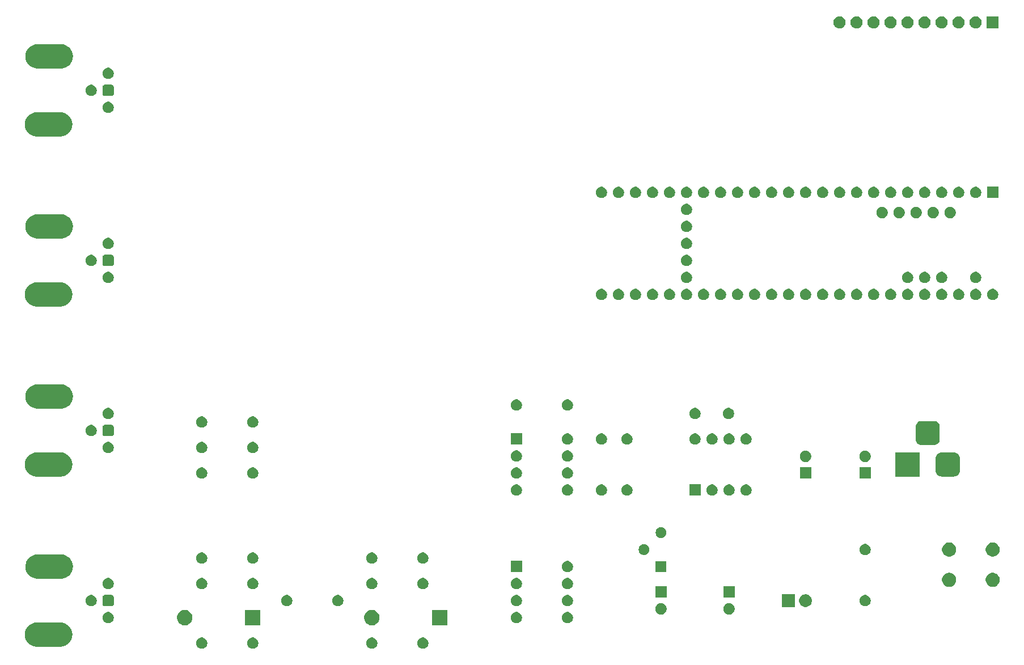
<source format=gbs>
%TF.GenerationSoftware,KiCad,Pcbnew,(5.1.6)-1*%
%TF.CreationDate,2020-09-09T12:12:14+05:30*%
%TF.ProjectId,teenDynClamp_V02,7465656e-4479-46e4-936c-616d705f5630,v02*%
%TF.SameCoordinates,Original*%
%TF.FileFunction,Soldermask,Bot*%
%TF.FilePolarity,Negative*%
%FSLAX46Y46*%
G04 Gerber Fmt 4.6, Leading zero omitted, Abs format (unit mm)*
G04 Created by KiCad (PCBNEW (5.1.6)-1) date 2020-09-09 12:12:14*
%MOMM*%
%LPD*%
G01*
G04 APERTURE LIST*
%ADD10C,0.100000*%
G04 APERTURE END LIST*
D10*
G36*
X115818169Y-145231895D02*
G01*
X115973005Y-145296031D01*
X116112354Y-145389140D01*
X116230860Y-145507646D01*
X116323969Y-145646995D01*
X116388105Y-145801831D01*
X116420800Y-145966203D01*
X116420800Y-146133797D01*
X116388105Y-146298169D01*
X116323969Y-146453005D01*
X116230860Y-146592354D01*
X116112354Y-146710860D01*
X115973005Y-146803969D01*
X115818169Y-146868105D01*
X115653797Y-146900800D01*
X115486203Y-146900800D01*
X115321831Y-146868105D01*
X115166995Y-146803969D01*
X115027646Y-146710860D01*
X114909140Y-146592354D01*
X114816031Y-146453005D01*
X114751895Y-146298169D01*
X114719200Y-146133797D01*
X114719200Y-145966203D01*
X114751895Y-145801831D01*
X114816031Y-145646995D01*
X114909140Y-145507646D01*
X115027646Y-145389140D01*
X115166995Y-145296031D01*
X115321831Y-145231895D01*
X115486203Y-145199200D01*
X115653797Y-145199200D01*
X115818169Y-145231895D01*
G37*
G36*
X108198169Y-145231895D02*
G01*
X108353005Y-145296031D01*
X108492354Y-145389140D01*
X108610860Y-145507646D01*
X108703969Y-145646995D01*
X108768105Y-145801831D01*
X108800800Y-145966203D01*
X108800800Y-146133797D01*
X108768105Y-146298169D01*
X108703969Y-146453005D01*
X108610860Y-146592354D01*
X108492354Y-146710860D01*
X108353005Y-146803969D01*
X108198169Y-146868105D01*
X108033797Y-146900800D01*
X107866203Y-146900800D01*
X107701831Y-146868105D01*
X107546995Y-146803969D01*
X107407646Y-146710860D01*
X107289140Y-146592354D01*
X107196031Y-146453005D01*
X107131895Y-146298169D01*
X107099200Y-146133797D01*
X107099200Y-145966203D01*
X107131895Y-145801831D01*
X107196031Y-145646995D01*
X107289140Y-145507646D01*
X107407646Y-145389140D01*
X107546995Y-145296031D01*
X107701831Y-145231895D01*
X107866203Y-145199200D01*
X108033797Y-145199200D01*
X108198169Y-145231895D01*
G37*
G36*
X90418169Y-145231895D02*
G01*
X90573005Y-145296031D01*
X90712354Y-145389140D01*
X90830860Y-145507646D01*
X90923969Y-145646995D01*
X90988105Y-145801831D01*
X91020800Y-145966203D01*
X91020800Y-146133797D01*
X90988105Y-146298169D01*
X90923969Y-146453005D01*
X90830860Y-146592354D01*
X90712354Y-146710860D01*
X90573005Y-146803969D01*
X90418169Y-146868105D01*
X90253797Y-146900800D01*
X90086203Y-146900800D01*
X89921831Y-146868105D01*
X89766995Y-146803969D01*
X89627646Y-146710860D01*
X89509140Y-146592354D01*
X89416031Y-146453005D01*
X89351895Y-146298169D01*
X89319200Y-146133797D01*
X89319200Y-145966203D01*
X89351895Y-145801831D01*
X89416031Y-145646995D01*
X89509140Y-145507646D01*
X89627646Y-145389140D01*
X89766995Y-145296031D01*
X89921831Y-145231895D01*
X90086203Y-145199200D01*
X90253797Y-145199200D01*
X90418169Y-145231895D01*
G37*
G36*
X82798169Y-145231895D02*
G01*
X82953005Y-145296031D01*
X83092354Y-145389140D01*
X83210860Y-145507646D01*
X83303969Y-145646995D01*
X83368105Y-145801831D01*
X83400800Y-145966203D01*
X83400800Y-146133797D01*
X83368105Y-146298169D01*
X83303969Y-146453005D01*
X83210860Y-146592354D01*
X83092354Y-146710860D01*
X82953005Y-146803969D01*
X82798169Y-146868105D01*
X82633797Y-146900800D01*
X82466203Y-146900800D01*
X82301831Y-146868105D01*
X82146995Y-146803969D01*
X82007646Y-146710860D01*
X81889140Y-146592354D01*
X81796031Y-146453005D01*
X81731895Y-146298169D01*
X81699200Y-146133797D01*
X81699200Y-145966203D01*
X81731895Y-145801831D01*
X81796031Y-145646995D01*
X81889140Y-145507646D01*
X82007646Y-145389140D01*
X82146995Y-145296031D01*
X82301831Y-145231895D01*
X82466203Y-145199200D01*
X82633797Y-145199200D01*
X82798169Y-145231895D01*
G37*
G36*
X61793015Y-143005255D02*
G01*
X61793018Y-143005256D01*
X62132471Y-143108228D01*
X62445312Y-143275445D01*
X62719519Y-143500481D01*
X62944555Y-143774688D01*
X63111772Y-144087529D01*
X63202969Y-144388164D01*
X63214745Y-144426985D01*
X63249514Y-144780000D01*
X63214745Y-145133015D01*
X63214744Y-145133018D01*
X63111772Y-145472471D01*
X62944555Y-145785312D01*
X62719519Y-146059519D01*
X62445312Y-146284555D01*
X62132471Y-146451772D01*
X61831836Y-146542969D01*
X61793015Y-146554745D01*
X61528472Y-146580800D01*
X57851528Y-146580800D01*
X57586985Y-146554745D01*
X57548164Y-146542969D01*
X57247529Y-146451772D01*
X56934688Y-146284555D01*
X56660481Y-146059519D01*
X56435445Y-145785312D01*
X56268228Y-145472471D01*
X56165256Y-145133018D01*
X56165255Y-145133015D01*
X56130486Y-144780000D01*
X56165255Y-144426985D01*
X56177031Y-144388164D01*
X56268228Y-144087529D01*
X56435445Y-143774688D01*
X56660481Y-143500481D01*
X56934688Y-143275445D01*
X57247529Y-143108228D01*
X57586982Y-143005256D01*
X57586985Y-143005255D01*
X57851528Y-142979200D01*
X61528472Y-142979200D01*
X61793015Y-143005255D01*
G37*
G36*
X108285676Y-141133425D02*
G01*
X108495109Y-141220174D01*
X108683594Y-141346116D01*
X108843884Y-141506406D01*
X108969826Y-141694891D01*
X109056575Y-141904324D01*
X109100800Y-142126656D01*
X109100800Y-142353344D01*
X109056575Y-142575676D01*
X108969826Y-142785109D01*
X108843884Y-142973594D01*
X108683594Y-143133884D01*
X108495109Y-143259826D01*
X108285676Y-143346575D01*
X108063344Y-143390800D01*
X107836656Y-143390800D01*
X107614324Y-143346575D01*
X107404891Y-143259826D01*
X107216406Y-143133884D01*
X107056116Y-142973594D01*
X106930174Y-142785109D01*
X106843425Y-142575676D01*
X106799200Y-142353344D01*
X106799200Y-142126656D01*
X106843425Y-141904324D01*
X106930174Y-141694891D01*
X107056116Y-141506406D01*
X107216406Y-141346116D01*
X107404891Y-141220174D01*
X107614324Y-141133425D01*
X107836656Y-141089200D01*
X108063344Y-141089200D01*
X108285676Y-141133425D01*
G37*
G36*
X119260800Y-143390800D02*
G01*
X116959200Y-143390800D01*
X116959200Y-141089200D01*
X119260800Y-141089200D01*
X119260800Y-143390800D01*
G37*
G36*
X80345676Y-141133425D02*
G01*
X80555109Y-141220174D01*
X80743594Y-141346116D01*
X80903884Y-141506406D01*
X81029826Y-141694891D01*
X81116575Y-141904324D01*
X81160800Y-142126656D01*
X81160800Y-142353344D01*
X81116575Y-142575676D01*
X81029826Y-142785109D01*
X80903884Y-142973594D01*
X80743594Y-143133884D01*
X80555109Y-143259826D01*
X80345676Y-143346575D01*
X80123344Y-143390800D01*
X79896656Y-143390800D01*
X79674324Y-143346575D01*
X79464891Y-143259826D01*
X79276406Y-143133884D01*
X79116116Y-142973594D01*
X78990174Y-142785109D01*
X78903425Y-142575676D01*
X78859200Y-142353344D01*
X78859200Y-142126656D01*
X78903425Y-141904324D01*
X78990174Y-141694891D01*
X79116116Y-141506406D01*
X79276406Y-141346116D01*
X79464891Y-141220174D01*
X79674324Y-141133425D01*
X79896656Y-141089200D01*
X80123344Y-141089200D01*
X80345676Y-141133425D01*
G37*
G36*
X91320800Y-143390800D02*
G01*
X89019200Y-143390800D01*
X89019200Y-141089200D01*
X91320800Y-141089200D01*
X91320800Y-143390800D01*
G37*
G36*
X137408169Y-141421895D02*
G01*
X137563005Y-141486031D01*
X137702354Y-141579140D01*
X137820860Y-141697646D01*
X137913969Y-141836995D01*
X137978105Y-141991831D01*
X138010800Y-142156203D01*
X138010800Y-142323797D01*
X137978105Y-142488169D01*
X137913969Y-142643005D01*
X137820860Y-142782354D01*
X137702354Y-142900860D01*
X137563005Y-142993969D01*
X137408169Y-143058105D01*
X137243797Y-143090800D01*
X137076203Y-143090800D01*
X136911831Y-143058105D01*
X136756995Y-142993969D01*
X136617646Y-142900860D01*
X136499140Y-142782354D01*
X136406031Y-142643005D01*
X136341895Y-142488169D01*
X136309200Y-142323797D01*
X136309200Y-142156203D01*
X136341895Y-141991831D01*
X136406031Y-141836995D01*
X136499140Y-141697646D01*
X136617646Y-141579140D01*
X136756995Y-141486031D01*
X136911831Y-141421895D01*
X137076203Y-141389200D01*
X137243797Y-141389200D01*
X137408169Y-141421895D01*
G37*
G36*
X129788169Y-141421895D02*
G01*
X129943005Y-141486031D01*
X130082354Y-141579140D01*
X130200860Y-141697646D01*
X130293969Y-141836995D01*
X130358105Y-141991831D01*
X130390800Y-142156203D01*
X130390800Y-142323797D01*
X130358105Y-142488169D01*
X130293969Y-142643005D01*
X130200860Y-142782354D01*
X130082354Y-142900860D01*
X129943005Y-142993969D01*
X129788169Y-143058105D01*
X129623797Y-143090800D01*
X129456203Y-143090800D01*
X129291831Y-143058105D01*
X129136995Y-142993969D01*
X128997646Y-142900860D01*
X128879140Y-142782354D01*
X128786031Y-142643005D01*
X128721895Y-142488169D01*
X128689200Y-142323797D01*
X128689200Y-142156203D01*
X128721895Y-141991831D01*
X128786031Y-141836995D01*
X128879140Y-141697646D01*
X128997646Y-141579140D01*
X129136995Y-141486031D01*
X129291831Y-141421895D01*
X129456203Y-141389200D01*
X129623797Y-141389200D01*
X129788169Y-141421895D01*
G37*
G36*
X68828169Y-141421895D02*
G01*
X68983005Y-141486031D01*
X69122354Y-141579140D01*
X69240860Y-141697646D01*
X69333969Y-141836995D01*
X69398105Y-141991831D01*
X69430800Y-142156203D01*
X69430800Y-142323797D01*
X69398105Y-142488169D01*
X69333969Y-142643005D01*
X69240860Y-142782354D01*
X69122354Y-142900860D01*
X68983005Y-142993969D01*
X68828169Y-143058105D01*
X68663797Y-143090800D01*
X68496203Y-143090800D01*
X68331831Y-143058105D01*
X68176995Y-142993969D01*
X68037646Y-142900860D01*
X67919140Y-142782354D01*
X67826031Y-142643005D01*
X67761895Y-142488169D01*
X67729200Y-142323797D01*
X67729200Y-142156203D01*
X67761895Y-141991831D01*
X67826031Y-141836995D01*
X67919140Y-141697646D01*
X68037646Y-141579140D01*
X68176995Y-141486031D01*
X68331831Y-141421895D01*
X68496203Y-141389200D01*
X68663797Y-141389200D01*
X68828169Y-141421895D01*
G37*
G36*
X151378169Y-140111895D02*
G01*
X151533005Y-140176031D01*
X151672354Y-140269140D01*
X151790860Y-140387646D01*
X151883969Y-140526995D01*
X151948105Y-140681831D01*
X151980800Y-140846203D01*
X151980800Y-141013797D01*
X151948105Y-141178169D01*
X151883969Y-141333005D01*
X151790860Y-141472354D01*
X151672354Y-141590860D01*
X151533005Y-141683969D01*
X151378169Y-141748105D01*
X151213797Y-141780800D01*
X151046203Y-141780800D01*
X150881831Y-141748105D01*
X150726995Y-141683969D01*
X150587646Y-141590860D01*
X150469140Y-141472354D01*
X150376031Y-141333005D01*
X150311895Y-141178169D01*
X150279200Y-141013797D01*
X150279200Y-140846203D01*
X150311895Y-140681831D01*
X150376031Y-140526995D01*
X150469140Y-140387646D01*
X150587646Y-140269140D01*
X150726995Y-140176031D01*
X150881831Y-140111895D01*
X151046203Y-140079200D01*
X151213797Y-140079200D01*
X151378169Y-140111895D01*
G37*
G36*
X161538169Y-140111895D02*
G01*
X161693005Y-140176031D01*
X161832354Y-140269140D01*
X161950860Y-140387646D01*
X162043969Y-140526995D01*
X162108105Y-140681831D01*
X162140800Y-140846203D01*
X162140800Y-141013797D01*
X162108105Y-141178169D01*
X162043969Y-141333005D01*
X161950860Y-141472354D01*
X161832354Y-141590860D01*
X161693005Y-141683969D01*
X161538169Y-141748105D01*
X161373797Y-141780800D01*
X161206203Y-141780800D01*
X161041831Y-141748105D01*
X160886995Y-141683969D01*
X160747646Y-141590860D01*
X160629140Y-141472354D01*
X160536031Y-141333005D01*
X160471895Y-141178169D01*
X160439200Y-141013797D01*
X160439200Y-140846203D01*
X160471895Y-140681831D01*
X160536031Y-140526995D01*
X160629140Y-140387646D01*
X160747646Y-140269140D01*
X160886995Y-140176031D01*
X161041831Y-140111895D01*
X161206203Y-140079200D01*
X161373797Y-140079200D01*
X161538169Y-140111895D01*
G37*
G36*
X171130800Y-140650800D02*
G01*
X169229200Y-140650800D01*
X169229200Y-138749200D01*
X171130800Y-138749200D01*
X171130800Y-140650800D01*
G37*
G36*
X172997338Y-138785738D02*
G01*
X173170373Y-138857412D01*
X173326100Y-138961465D01*
X173458535Y-139093900D01*
X173562588Y-139249627D01*
X173634262Y-139422662D01*
X173670800Y-139606354D01*
X173670800Y-139793646D01*
X173634262Y-139977338D01*
X173562588Y-140150373D01*
X173458535Y-140306100D01*
X173326100Y-140438535D01*
X173170373Y-140542588D01*
X172997338Y-140614262D01*
X172813646Y-140650800D01*
X172626354Y-140650800D01*
X172442662Y-140614262D01*
X172269627Y-140542588D01*
X172113900Y-140438535D01*
X171981465Y-140306100D01*
X171877412Y-140150373D01*
X171805738Y-139977338D01*
X171769200Y-139793646D01*
X171769200Y-139606354D01*
X171805738Y-139422662D01*
X171877412Y-139249627D01*
X171981465Y-139093900D01*
X172113900Y-138961465D01*
X172269627Y-138857412D01*
X172442662Y-138785738D01*
X172626354Y-138749200D01*
X172813646Y-138749200D01*
X172997338Y-138785738D01*
G37*
G36*
X66288169Y-138881895D02*
G01*
X66443005Y-138946031D01*
X66582354Y-139039140D01*
X66700860Y-139157646D01*
X66793969Y-139296995D01*
X66858105Y-139451831D01*
X66890800Y-139616203D01*
X66890800Y-139783797D01*
X66858105Y-139948169D01*
X66793969Y-140103005D01*
X66700860Y-140242354D01*
X66582354Y-140360860D01*
X66443005Y-140453969D01*
X66288169Y-140518105D01*
X66123797Y-140550800D01*
X65956203Y-140550800D01*
X65791831Y-140518105D01*
X65636995Y-140453969D01*
X65497646Y-140360860D01*
X65379140Y-140242354D01*
X65286031Y-140103005D01*
X65221895Y-139948169D01*
X65189200Y-139783797D01*
X65189200Y-139616203D01*
X65221895Y-139451831D01*
X65286031Y-139296995D01*
X65379140Y-139157646D01*
X65497646Y-139039140D01*
X65636995Y-138946031D01*
X65791831Y-138881895D01*
X65956203Y-138849200D01*
X66123797Y-138849200D01*
X66288169Y-138881895D01*
G37*
G36*
X129788169Y-138881895D02*
G01*
X129943005Y-138946031D01*
X130082354Y-139039140D01*
X130200860Y-139157646D01*
X130293969Y-139296995D01*
X130358105Y-139451831D01*
X130390800Y-139616203D01*
X130390800Y-139783797D01*
X130358105Y-139948169D01*
X130293969Y-140103005D01*
X130200860Y-140242354D01*
X130082354Y-140360860D01*
X129943005Y-140453969D01*
X129788169Y-140518105D01*
X129623797Y-140550800D01*
X129456203Y-140550800D01*
X129291831Y-140518105D01*
X129136995Y-140453969D01*
X128997646Y-140360860D01*
X128879140Y-140242354D01*
X128786031Y-140103005D01*
X128721895Y-139948169D01*
X128689200Y-139783797D01*
X128689200Y-139616203D01*
X128721895Y-139451831D01*
X128786031Y-139296995D01*
X128879140Y-139157646D01*
X128997646Y-139039140D01*
X129136995Y-138946031D01*
X129291831Y-138881895D01*
X129456203Y-138849200D01*
X129623797Y-138849200D01*
X129788169Y-138881895D01*
G37*
G36*
X137408169Y-138881895D02*
G01*
X137563005Y-138946031D01*
X137702354Y-139039140D01*
X137820860Y-139157646D01*
X137913969Y-139296995D01*
X137978105Y-139451831D01*
X138010800Y-139616203D01*
X138010800Y-139783797D01*
X137978105Y-139948169D01*
X137913969Y-140103005D01*
X137820860Y-140242354D01*
X137702354Y-140360860D01*
X137563005Y-140453969D01*
X137408169Y-140518105D01*
X137243797Y-140550800D01*
X137076203Y-140550800D01*
X136911831Y-140518105D01*
X136756995Y-140453969D01*
X136617646Y-140360860D01*
X136499140Y-140242354D01*
X136406031Y-140103005D01*
X136341895Y-139948169D01*
X136309200Y-139783797D01*
X136309200Y-139616203D01*
X136341895Y-139451831D01*
X136406031Y-139296995D01*
X136499140Y-139157646D01*
X136617646Y-139039140D01*
X136756995Y-138946031D01*
X136911831Y-138881895D01*
X137076203Y-138849200D01*
X137243797Y-138849200D01*
X137408169Y-138881895D01*
G37*
G36*
X103118169Y-138881895D02*
G01*
X103273005Y-138946031D01*
X103412354Y-139039140D01*
X103530860Y-139157646D01*
X103623969Y-139296995D01*
X103688105Y-139451831D01*
X103720800Y-139616203D01*
X103720800Y-139783797D01*
X103688105Y-139948169D01*
X103623969Y-140103005D01*
X103530860Y-140242354D01*
X103412354Y-140360860D01*
X103273005Y-140453969D01*
X103118169Y-140518105D01*
X102953797Y-140550800D01*
X102786203Y-140550800D01*
X102621831Y-140518105D01*
X102466995Y-140453969D01*
X102327646Y-140360860D01*
X102209140Y-140242354D01*
X102116031Y-140103005D01*
X102051895Y-139948169D01*
X102019200Y-139783797D01*
X102019200Y-139616203D01*
X102051895Y-139451831D01*
X102116031Y-139296995D01*
X102209140Y-139157646D01*
X102327646Y-139039140D01*
X102466995Y-138946031D01*
X102621831Y-138881895D01*
X102786203Y-138849200D01*
X102953797Y-138849200D01*
X103118169Y-138881895D01*
G37*
G36*
X95498169Y-138881895D02*
G01*
X95653005Y-138946031D01*
X95792354Y-139039140D01*
X95910860Y-139157646D01*
X96003969Y-139296995D01*
X96068105Y-139451831D01*
X96100800Y-139616203D01*
X96100800Y-139783797D01*
X96068105Y-139948169D01*
X96003969Y-140103005D01*
X95910860Y-140242354D01*
X95792354Y-140360860D01*
X95653005Y-140453969D01*
X95498169Y-140518105D01*
X95333797Y-140550800D01*
X95166203Y-140550800D01*
X95001831Y-140518105D01*
X94846995Y-140453969D01*
X94707646Y-140360860D01*
X94589140Y-140242354D01*
X94496031Y-140103005D01*
X94431895Y-139948169D01*
X94399200Y-139783797D01*
X94399200Y-139616203D01*
X94431895Y-139451831D01*
X94496031Y-139296995D01*
X94589140Y-139157646D01*
X94707646Y-139039140D01*
X94846995Y-138946031D01*
X95001831Y-138881895D01*
X95166203Y-138849200D01*
X95333797Y-138849200D01*
X95498169Y-138881895D01*
G37*
G36*
X69108785Y-138857126D02*
G01*
X69183780Y-138879876D01*
X69252891Y-138916816D01*
X69313469Y-138966531D01*
X69363184Y-139027109D01*
X69400124Y-139096220D01*
X69422874Y-139171215D01*
X69430800Y-139251691D01*
X69430800Y-140148309D01*
X69422874Y-140228785D01*
X69400124Y-140303780D01*
X69363184Y-140372891D01*
X69313469Y-140433469D01*
X69252891Y-140483184D01*
X69183780Y-140520124D01*
X69108785Y-140542874D01*
X69028309Y-140550800D01*
X68131691Y-140550800D01*
X68051215Y-140542874D01*
X67976220Y-140520124D01*
X67907109Y-140483184D01*
X67846531Y-140433469D01*
X67796816Y-140372891D01*
X67759876Y-140303780D01*
X67737126Y-140228785D01*
X67729200Y-140148309D01*
X67729200Y-139251691D01*
X67737126Y-139171215D01*
X67759876Y-139096220D01*
X67796816Y-139027109D01*
X67846531Y-138966531D01*
X67907109Y-138916816D01*
X67976220Y-138879876D01*
X68051215Y-138857126D01*
X68131691Y-138849200D01*
X69028309Y-138849200D01*
X69108785Y-138857126D01*
G37*
G36*
X181858169Y-138881895D02*
G01*
X182013005Y-138946031D01*
X182152354Y-139039140D01*
X182270860Y-139157646D01*
X182363969Y-139296995D01*
X182428105Y-139451831D01*
X182460800Y-139616203D01*
X182460800Y-139783797D01*
X182428105Y-139948169D01*
X182363969Y-140103005D01*
X182270860Y-140242354D01*
X182152354Y-140360860D01*
X182013005Y-140453969D01*
X181858169Y-140518105D01*
X181693797Y-140550800D01*
X181526203Y-140550800D01*
X181361831Y-140518105D01*
X181206995Y-140453969D01*
X181067646Y-140360860D01*
X180949140Y-140242354D01*
X180856031Y-140103005D01*
X180791895Y-139948169D01*
X180759200Y-139783797D01*
X180759200Y-139616203D01*
X180791895Y-139451831D01*
X180856031Y-139296995D01*
X180949140Y-139157646D01*
X181067646Y-139039140D01*
X181206995Y-138946031D01*
X181361831Y-138881895D01*
X181526203Y-138849200D01*
X181693797Y-138849200D01*
X181858169Y-138881895D01*
G37*
G36*
X151980800Y-139280800D02*
G01*
X150279200Y-139280800D01*
X150279200Y-137579200D01*
X151980800Y-137579200D01*
X151980800Y-139280800D01*
G37*
G36*
X162140800Y-139280800D02*
G01*
X160439200Y-139280800D01*
X160439200Y-137579200D01*
X162140800Y-137579200D01*
X162140800Y-139280800D01*
G37*
G36*
X68828169Y-136341895D02*
G01*
X68983005Y-136406031D01*
X69122354Y-136499140D01*
X69240860Y-136617646D01*
X69333969Y-136756995D01*
X69398105Y-136911831D01*
X69430800Y-137076203D01*
X69430800Y-137243797D01*
X69398105Y-137408169D01*
X69333969Y-137563005D01*
X69240860Y-137702354D01*
X69122354Y-137820860D01*
X68983005Y-137913969D01*
X68828169Y-137978105D01*
X68663797Y-138010800D01*
X68496203Y-138010800D01*
X68331831Y-137978105D01*
X68176995Y-137913969D01*
X68037646Y-137820860D01*
X67919140Y-137702354D01*
X67826031Y-137563005D01*
X67761895Y-137408169D01*
X67729200Y-137243797D01*
X67729200Y-137076203D01*
X67761895Y-136911831D01*
X67826031Y-136756995D01*
X67919140Y-136617646D01*
X68037646Y-136499140D01*
X68176995Y-136406031D01*
X68331831Y-136341895D01*
X68496203Y-136309200D01*
X68663797Y-136309200D01*
X68828169Y-136341895D01*
G37*
G36*
X129788169Y-136341895D02*
G01*
X129943005Y-136406031D01*
X130082354Y-136499140D01*
X130200860Y-136617646D01*
X130293969Y-136756995D01*
X130358105Y-136911831D01*
X130390800Y-137076203D01*
X130390800Y-137243797D01*
X130358105Y-137408169D01*
X130293969Y-137563005D01*
X130200860Y-137702354D01*
X130082354Y-137820860D01*
X129943005Y-137913969D01*
X129788169Y-137978105D01*
X129623797Y-138010800D01*
X129456203Y-138010800D01*
X129291831Y-137978105D01*
X129136995Y-137913969D01*
X128997646Y-137820860D01*
X128879140Y-137702354D01*
X128786031Y-137563005D01*
X128721895Y-137408169D01*
X128689200Y-137243797D01*
X128689200Y-137076203D01*
X128721895Y-136911831D01*
X128786031Y-136756995D01*
X128879140Y-136617646D01*
X128997646Y-136499140D01*
X129136995Y-136406031D01*
X129291831Y-136341895D01*
X129456203Y-136309200D01*
X129623797Y-136309200D01*
X129788169Y-136341895D01*
G37*
G36*
X82798169Y-136341895D02*
G01*
X82953005Y-136406031D01*
X83092354Y-136499140D01*
X83210860Y-136617646D01*
X83303969Y-136756995D01*
X83368105Y-136911831D01*
X83400800Y-137076203D01*
X83400800Y-137243797D01*
X83368105Y-137408169D01*
X83303969Y-137563005D01*
X83210860Y-137702354D01*
X83092354Y-137820860D01*
X82953005Y-137913969D01*
X82798169Y-137978105D01*
X82633797Y-138010800D01*
X82466203Y-138010800D01*
X82301831Y-137978105D01*
X82146995Y-137913969D01*
X82007646Y-137820860D01*
X81889140Y-137702354D01*
X81796031Y-137563005D01*
X81731895Y-137408169D01*
X81699200Y-137243797D01*
X81699200Y-137076203D01*
X81731895Y-136911831D01*
X81796031Y-136756995D01*
X81889140Y-136617646D01*
X82007646Y-136499140D01*
X82146995Y-136406031D01*
X82301831Y-136341895D01*
X82466203Y-136309200D01*
X82633797Y-136309200D01*
X82798169Y-136341895D01*
G37*
G36*
X90418169Y-136341895D02*
G01*
X90573005Y-136406031D01*
X90712354Y-136499140D01*
X90830860Y-136617646D01*
X90923969Y-136756995D01*
X90988105Y-136911831D01*
X91020800Y-137076203D01*
X91020800Y-137243797D01*
X90988105Y-137408169D01*
X90923969Y-137563005D01*
X90830860Y-137702354D01*
X90712354Y-137820860D01*
X90573005Y-137913969D01*
X90418169Y-137978105D01*
X90253797Y-138010800D01*
X90086203Y-138010800D01*
X89921831Y-137978105D01*
X89766995Y-137913969D01*
X89627646Y-137820860D01*
X89509140Y-137702354D01*
X89416031Y-137563005D01*
X89351895Y-137408169D01*
X89319200Y-137243797D01*
X89319200Y-137076203D01*
X89351895Y-136911831D01*
X89416031Y-136756995D01*
X89509140Y-136617646D01*
X89627646Y-136499140D01*
X89766995Y-136406031D01*
X89921831Y-136341895D01*
X90086203Y-136309200D01*
X90253797Y-136309200D01*
X90418169Y-136341895D01*
G37*
G36*
X115818169Y-136341895D02*
G01*
X115973005Y-136406031D01*
X116112354Y-136499140D01*
X116230860Y-136617646D01*
X116323969Y-136756995D01*
X116388105Y-136911831D01*
X116420800Y-137076203D01*
X116420800Y-137243797D01*
X116388105Y-137408169D01*
X116323969Y-137563005D01*
X116230860Y-137702354D01*
X116112354Y-137820860D01*
X115973005Y-137913969D01*
X115818169Y-137978105D01*
X115653797Y-138010800D01*
X115486203Y-138010800D01*
X115321831Y-137978105D01*
X115166995Y-137913969D01*
X115027646Y-137820860D01*
X114909140Y-137702354D01*
X114816031Y-137563005D01*
X114751895Y-137408169D01*
X114719200Y-137243797D01*
X114719200Y-137076203D01*
X114751895Y-136911831D01*
X114816031Y-136756995D01*
X114909140Y-136617646D01*
X115027646Y-136499140D01*
X115166995Y-136406031D01*
X115321831Y-136341895D01*
X115486203Y-136309200D01*
X115653797Y-136309200D01*
X115818169Y-136341895D01*
G37*
G36*
X137408169Y-136341895D02*
G01*
X137563005Y-136406031D01*
X137702354Y-136499140D01*
X137820860Y-136617646D01*
X137913969Y-136756995D01*
X137978105Y-136911831D01*
X138010800Y-137076203D01*
X138010800Y-137243797D01*
X137978105Y-137408169D01*
X137913969Y-137563005D01*
X137820860Y-137702354D01*
X137702354Y-137820860D01*
X137563005Y-137913969D01*
X137408169Y-137978105D01*
X137243797Y-138010800D01*
X137076203Y-138010800D01*
X136911831Y-137978105D01*
X136756995Y-137913969D01*
X136617646Y-137820860D01*
X136499140Y-137702354D01*
X136406031Y-137563005D01*
X136341895Y-137408169D01*
X136309200Y-137243797D01*
X136309200Y-137076203D01*
X136341895Y-136911831D01*
X136406031Y-136756995D01*
X136499140Y-136617646D01*
X136617646Y-136499140D01*
X136756995Y-136406031D01*
X136911831Y-136341895D01*
X137076203Y-136309200D01*
X137243797Y-136309200D01*
X137408169Y-136341895D01*
G37*
G36*
X108198169Y-136341895D02*
G01*
X108353005Y-136406031D01*
X108492354Y-136499140D01*
X108610860Y-136617646D01*
X108703969Y-136756995D01*
X108768105Y-136911831D01*
X108800800Y-137076203D01*
X108800800Y-137243797D01*
X108768105Y-137408169D01*
X108703969Y-137563005D01*
X108610860Y-137702354D01*
X108492354Y-137820860D01*
X108353005Y-137913969D01*
X108198169Y-137978105D01*
X108033797Y-138010800D01*
X107866203Y-138010800D01*
X107701831Y-137978105D01*
X107546995Y-137913969D01*
X107407646Y-137820860D01*
X107289140Y-137702354D01*
X107196031Y-137563005D01*
X107131895Y-137408169D01*
X107099200Y-137243797D01*
X107099200Y-137076203D01*
X107131895Y-136911831D01*
X107196031Y-136756995D01*
X107289140Y-136617646D01*
X107407646Y-136499140D01*
X107546995Y-136406031D01*
X107701831Y-136341895D01*
X107866203Y-136309200D01*
X108033797Y-136309200D01*
X108198169Y-136341895D01*
G37*
G36*
X194466508Y-135569582D02*
G01*
X194657741Y-135648793D01*
X194829847Y-135763791D01*
X194976209Y-135910153D01*
X195091207Y-136082259D01*
X195170418Y-136273492D01*
X195210800Y-136476505D01*
X195210800Y-136683495D01*
X195170418Y-136886508D01*
X195091207Y-137077741D01*
X194976209Y-137249847D01*
X194829847Y-137396209D01*
X194657741Y-137511207D01*
X194466508Y-137590418D01*
X194263495Y-137630800D01*
X194056505Y-137630800D01*
X193853492Y-137590418D01*
X193662259Y-137511207D01*
X193490153Y-137396209D01*
X193343791Y-137249847D01*
X193228793Y-137077741D01*
X193149582Y-136886508D01*
X193109200Y-136683495D01*
X193109200Y-136476505D01*
X193149582Y-136273492D01*
X193228793Y-136082259D01*
X193343791Y-135910153D01*
X193490153Y-135763791D01*
X193662259Y-135648793D01*
X193853492Y-135569582D01*
X194056505Y-135529200D01*
X194263495Y-135529200D01*
X194466508Y-135569582D01*
G37*
G36*
X200966508Y-135569582D02*
G01*
X201157741Y-135648793D01*
X201329847Y-135763791D01*
X201476209Y-135910153D01*
X201591207Y-136082259D01*
X201670418Y-136273492D01*
X201710800Y-136476505D01*
X201710800Y-136683495D01*
X201670418Y-136886508D01*
X201591207Y-137077741D01*
X201476209Y-137249847D01*
X201329847Y-137396209D01*
X201157741Y-137511207D01*
X200966508Y-137590418D01*
X200763495Y-137630800D01*
X200556505Y-137630800D01*
X200353492Y-137590418D01*
X200162259Y-137511207D01*
X199990153Y-137396209D01*
X199843791Y-137249847D01*
X199728793Y-137077741D01*
X199649582Y-136886508D01*
X199609200Y-136683495D01*
X199609200Y-136476505D01*
X199649582Y-136273492D01*
X199728793Y-136082259D01*
X199843791Y-135910153D01*
X199990153Y-135763791D01*
X200162259Y-135648793D01*
X200353492Y-135569582D01*
X200556505Y-135529200D01*
X200763495Y-135529200D01*
X200966508Y-135569582D01*
G37*
G36*
X61893015Y-132845255D02*
G01*
X61893018Y-132845256D01*
X62232471Y-132948228D01*
X62545312Y-133115445D01*
X62819519Y-133340481D01*
X63044555Y-133614688D01*
X63211772Y-133927529D01*
X63284750Y-134168104D01*
X63314745Y-134266985D01*
X63349514Y-134620000D01*
X63314745Y-134973015D01*
X63314744Y-134973018D01*
X63211772Y-135312471D01*
X63044555Y-135625312D01*
X62819519Y-135899519D01*
X62545312Y-136124555D01*
X62232471Y-136291772D01*
X61931836Y-136382969D01*
X61893015Y-136394745D01*
X61628472Y-136420800D01*
X57951528Y-136420800D01*
X57686985Y-136394745D01*
X57648164Y-136382969D01*
X57347529Y-136291772D01*
X57034688Y-136124555D01*
X56760481Y-135899519D01*
X56535445Y-135625312D01*
X56368228Y-135312471D01*
X56265256Y-134973018D01*
X56265255Y-134973015D01*
X56230486Y-134620000D01*
X56265255Y-134266985D01*
X56295250Y-134168104D01*
X56368228Y-133927529D01*
X56535445Y-133614688D01*
X56760481Y-133340481D01*
X57034688Y-133115445D01*
X57347529Y-132948228D01*
X57686982Y-132845256D01*
X57686985Y-132845255D01*
X57951528Y-132819200D01*
X61628472Y-132819200D01*
X61893015Y-132845255D01*
G37*
G36*
X137408169Y-133801895D02*
G01*
X137563005Y-133866031D01*
X137702354Y-133959140D01*
X137820860Y-134077646D01*
X137913969Y-134216995D01*
X137978105Y-134371831D01*
X138010800Y-134536203D01*
X138010800Y-134703797D01*
X137978105Y-134868169D01*
X137913969Y-135023005D01*
X137820860Y-135162354D01*
X137702354Y-135280860D01*
X137563005Y-135373969D01*
X137408169Y-135438105D01*
X137243797Y-135470800D01*
X137076203Y-135470800D01*
X136911831Y-135438105D01*
X136756995Y-135373969D01*
X136617646Y-135280860D01*
X136499140Y-135162354D01*
X136406031Y-135023005D01*
X136341895Y-134868169D01*
X136309200Y-134703797D01*
X136309200Y-134536203D01*
X136341895Y-134371831D01*
X136406031Y-134216995D01*
X136499140Y-134077646D01*
X136617646Y-133959140D01*
X136756995Y-133866031D01*
X136911831Y-133801895D01*
X137076203Y-133769200D01*
X137243797Y-133769200D01*
X137408169Y-133801895D01*
G37*
G36*
X130390800Y-135470800D02*
G01*
X128689200Y-135470800D01*
X128689200Y-133769200D01*
X130390800Y-133769200D01*
X130390800Y-135470800D01*
G37*
G36*
X151930800Y-135420800D02*
G01*
X150329200Y-135420800D01*
X150329200Y-133819200D01*
X151930800Y-133819200D01*
X151930800Y-135420800D01*
G37*
G36*
X115818169Y-132531895D02*
G01*
X115973005Y-132596031D01*
X116112354Y-132689140D01*
X116230860Y-132807646D01*
X116323969Y-132946995D01*
X116388105Y-133101831D01*
X116420800Y-133266203D01*
X116420800Y-133433797D01*
X116388105Y-133598169D01*
X116323969Y-133753005D01*
X116230860Y-133892354D01*
X116112354Y-134010860D01*
X115973005Y-134103969D01*
X115818169Y-134168105D01*
X115653797Y-134200800D01*
X115486203Y-134200800D01*
X115321831Y-134168105D01*
X115166995Y-134103969D01*
X115027646Y-134010860D01*
X114909140Y-133892354D01*
X114816031Y-133753005D01*
X114751895Y-133598169D01*
X114719200Y-133433797D01*
X114719200Y-133266203D01*
X114751895Y-133101831D01*
X114816031Y-132946995D01*
X114909140Y-132807646D01*
X115027646Y-132689140D01*
X115166995Y-132596031D01*
X115321831Y-132531895D01*
X115486203Y-132499200D01*
X115653797Y-132499200D01*
X115818169Y-132531895D01*
G37*
G36*
X108198169Y-132531895D02*
G01*
X108353005Y-132596031D01*
X108492354Y-132689140D01*
X108610860Y-132807646D01*
X108703969Y-132946995D01*
X108768105Y-133101831D01*
X108800800Y-133266203D01*
X108800800Y-133433797D01*
X108768105Y-133598169D01*
X108703969Y-133753005D01*
X108610860Y-133892354D01*
X108492354Y-134010860D01*
X108353005Y-134103969D01*
X108198169Y-134168105D01*
X108033797Y-134200800D01*
X107866203Y-134200800D01*
X107701831Y-134168105D01*
X107546995Y-134103969D01*
X107407646Y-134010860D01*
X107289140Y-133892354D01*
X107196031Y-133753005D01*
X107131895Y-133598169D01*
X107099200Y-133433797D01*
X107099200Y-133266203D01*
X107131895Y-133101831D01*
X107196031Y-132946995D01*
X107289140Y-132807646D01*
X107407646Y-132689140D01*
X107546995Y-132596031D01*
X107701831Y-132531895D01*
X107866203Y-132499200D01*
X108033797Y-132499200D01*
X108198169Y-132531895D01*
G37*
G36*
X90418169Y-132531895D02*
G01*
X90573005Y-132596031D01*
X90712354Y-132689140D01*
X90830860Y-132807646D01*
X90923969Y-132946995D01*
X90988105Y-133101831D01*
X91020800Y-133266203D01*
X91020800Y-133433797D01*
X90988105Y-133598169D01*
X90923969Y-133753005D01*
X90830860Y-133892354D01*
X90712354Y-134010860D01*
X90573005Y-134103969D01*
X90418169Y-134168105D01*
X90253797Y-134200800D01*
X90086203Y-134200800D01*
X89921831Y-134168105D01*
X89766995Y-134103969D01*
X89627646Y-134010860D01*
X89509140Y-133892354D01*
X89416031Y-133753005D01*
X89351895Y-133598169D01*
X89319200Y-133433797D01*
X89319200Y-133266203D01*
X89351895Y-133101831D01*
X89416031Y-132946995D01*
X89509140Y-132807646D01*
X89627646Y-132689140D01*
X89766995Y-132596031D01*
X89921831Y-132531895D01*
X90086203Y-132499200D01*
X90253797Y-132499200D01*
X90418169Y-132531895D01*
G37*
G36*
X82798169Y-132531895D02*
G01*
X82953005Y-132596031D01*
X83092354Y-132689140D01*
X83210860Y-132807646D01*
X83303969Y-132946995D01*
X83368105Y-133101831D01*
X83400800Y-133266203D01*
X83400800Y-133433797D01*
X83368105Y-133598169D01*
X83303969Y-133753005D01*
X83210860Y-133892354D01*
X83092354Y-134010860D01*
X82953005Y-134103969D01*
X82798169Y-134168105D01*
X82633797Y-134200800D01*
X82466203Y-134200800D01*
X82301831Y-134168105D01*
X82146995Y-134103969D01*
X82007646Y-134010860D01*
X81889140Y-133892354D01*
X81796031Y-133753005D01*
X81731895Y-133598169D01*
X81699200Y-133433797D01*
X81699200Y-133266203D01*
X81731895Y-133101831D01*
X81796031Y-132946995D01*
X81889140Y-132807646D01*
X82007646Y-132689140D01*
X82146995Y-132596031D01*
X82301831Y-132531895D01*
X82466203Y-132499200D01*
X82633797Y-132499200D01*
X82798169Y-132531895D01*
G37*
G36*
X200966508Y-131069582D02*
G01*
X201157741Y-131148793D01*
X201329847Y-131263791D01*
X201476209Y-131410153D01*
X201591207Y-131582259D01*
X201670418Y-131773492D01*
X201710800Y-131976505D01*
X201710800Y-132183495D01*
X201670418Y-132386508D01*
X201591207Y-132577741D01*
X201476209Y-132749847D01*
X201329847Y-132896209D01*
X201157741Y-133011207D01*
X200966508Y-133090418D01*
X200763495Y-133130800D01*
X200556505Y-133130800D01*
X200353492Y-133090418D01*
X200162259Y-133011207D01*
X199990153Y-132896209D01*
X199843791Y-132749847D01*
X199728793Y-132577741D01*
X199649582Y-132386508D01*
X199609200Y-132183495D01*
X199609200Y-131976505D01*
X199649582Y-131773492D01*
X199728793Y-131582259D01*
X199843791Y-131410153D01*
X199990153Y-131263791D01*
X200162259Y-131148793D01*
X200353492Y-131069582D01*
X200556505Y-131029200D01*
X200763495Y-131029200D01*
X200966508Y-131069582D01*
G37*
G36*
X194466508Y-131069582D02*
G01*
X194657741Y-131148793D01*
X194829847Y-131263791D01*
X194976209Y-131410153D01*
X195091207Y-131582259D01*
X195170418Y-131773492D01*
X195210800Y-131976505D01*
X195210800Y-132183495D01*
X195170418Y-132386508D01*
X195091207Y-132577741D01*
X194976209Y-132749847D01*
X194829847Y-132896209D01*
X194657741Y-133011207D01*
X194466508Y-133090418D01*
X194263495Y-133130800D01*
X194056505Y-133130800D01*
X193853492Y-133090418D01*
X193662259Y-133011207D01*
X193490153Y-132896209D01*
X193343791Y-132749847D01*
X193228793Y-132577741D01*
X193149582Y-132386508D01*
X193109200Y-132183495D01*
X193109200Y-131976505D01*
X193149582Y-131773492D01*
X193228793Y-131582259D01*
X193343791Y-131410153D01*
X193490153Y-131263791D01*
X193662259Y-131148793D01*
X193853492Y-131069582D01*
X194056505Y-131029200D01*
X194263495Y-131029200D01*
X194466508Y-131069582D01*
G37*
G36*
X181858169Y-131261895D02*
G01*
X182013005Y-131326031D01*
X182152354Y-131419140D01*
X182270860Y-131537646D01*
X182363969Y-131676995D01*
X182428105Y-131831831D01*
X182460800Y-131996203D01*
X182460800Y-132163797D01*
X182428105Y-132328169D01*
X182363969Y-132483005D01*
X182270860Y-132622354D01*
X182152354Y-132740860D01*
X182013005Y-132833969D01*
X181858169Y-132898105D01*
X181693797Y-132930800D01*
X181526203Y-132930800D01*
X181361831Y-132898105D01*
X181206995Y-132833969D01*
X181067646Y-132740860D01*
X180949140Y-132622354D01*
X180856031Y-132483005D01*
X180791895Y-132328169D01*
X180759200Y-132163797D01*
X180759200Y-131996203D01*
X180791895Y-131831831D01*
X180856031Y-131676995D01*
X180949140Y-131537646D01*
X181067646Y-131419140D01*
X181206995Y-131326031D01*
X181361831Y-131261895D01*
X181526203Y-131229200D01*
X181693797Y-131229200D01*
X181858169Y-131261895D01*
G37*
G36*
X148823585Y-131309974D02*
G01*
X148969322Y-131370339D01*
X149100482Y-131457978D01*
X149212022Y-131569518D01*
X149299661Y-131700678D01*
X149360026Y-131846415D01*
X149390800Y-132001128D01*
X149390800Y-132158872D01*
X149360026Y-132313585D01*
X149299661Y-132459322D01*
X149212022Y-132590482D01*
X149100482Y-132702022D01*
X148969322Y-132789661D01*
X148835103Y-132845255D01*
X148823585Y-132850026D01*
X148668872Y-132880800D01*
X148511128Y-132880800D01*
X148356415Y-132850026D01*
X148344897Y-132845255D01*
X148210678Y-132789661D01*
X148079518Y-132702022D01*
X147967978Y-132590482D01*
X147880339Y-132459322D01*
X147819974Y-132313585D01*
X147789200Y-132158872D01*
X147789200Y-132001128D01*
X147819974Y-131846415D01*
X147880339Y-131700678D01*
X147967978Y-131569518D01*
X148079518Y-131457978D01*
X148210678Y-131370339D01*
X148356415Y-131309974D01*
X148511128Y-131279200D01*
X148668872Y-131279200D01*
X148823585Y-131309974D01*
G37*
G36*
X151363585Y-128769974D02*
G01*
X151509322Y-128830339D01*
X151640482Y-128917978D01*
X151752022Y-129029518D01*
X151839661Y-129160678D01*
X151900026Y-129306415D01*
X151930800Y-129461128D01*
X151930800Y-129618872D01*
X151900026Y-129773585D01*
X151839661Y-129919322D01*
X151752022Y-130050482D01*
X151640482Y-130162022D01*
X151509322Y-130249661D01*
X151363585Y-130310026D01*
X151208872Y-130340800D01*
X151051128Y-130340800D01*
X150896415Y-130310026D01*
X150750678Y-130249661D01*
X150619518Y-130162022D01*
X150507978Y-130050482D01*
X150420339Y-129919322D01*
X150359974Y-129773585D01*
X150329200Y-129618872D01*
X150329200Y-129461128D01*
X150359974Y-129306415D01*
X150420339Y-129160678D01*
X150507978Y-129029518D01*
X150619518Y-128917978D01*
X150750678Y-128830339D01*
X150896415Y-128769974D01*
X151051128Y-128739200D01*
X151208872Y-128739200D01*
X151363585Y-128769974D01*
G37*
G36*
X146298169Y-122371895D02*
G01*
X146453005Y-122436031D01*
X146592354Y-122529140D01*
X146710860Y-122647646D01*
X146803969Y-122786995D01*
X146868105Y-122941831D01*
X146900800Y-123106203D01*
X146900800Y-123273797D01*
X146868105Y-123438169D01*
X146803969Y-123593005D01*
X146710860Y-123732354D01*
X146592354Y-123850860D01*
X146453005Y-123943969D01*
X146298169Y-124008105D01*
X146133797Y-124040800D01*
X145966203Y-124040800D01*
X145801831Y-124008105D01*
X145646995Y-123943969D01*
X145507646Y-123850860D01*
X145389140Y-123732354D01*
X145296031Y-123593005D01*
X145231895Y-123438169D01*
X145199200Y-123273797D01*
X145199200Y-123106203D01*
X145231895Y-122941831D01*
X145296031Y-122786995D01*
X145389140Y-122647646D01*
X145507646Y-122529140D01*
X145646995Y-122436031D01*
X145801831Y-122371895D01*
X145966203Y-122339200D01*
X146133797Y-122339200D01*
X146298169Y-122371895D01*
G37*
G36*
X129788169Y-122371895D02*
G01*
X129943005Y-122436031D01*
X130082354Y-122529140D01*
X130200860Y-122647646D01*
X130293969Y-122786995D01*
X130358105Y-122941831D01*
X130390800Y-123106203D01*
X130390800Y-123273797D01*
X130358105Y-123438169D01*
X130293969Y-123593005D01*
X130200860Y-123732354D01*
X130082354Y-123850860D01*
X129943005Y-123943969D01*
X129788169Y-124008105D01*
X129623797Y-124040800D01*
X129456203Y-124040800D01*
X129291831Y-124008105D01*
X129136995Y-123943969D01*
X128997646Y-123850860D01*
X128879140Y-123732354D01*
X128786031Y-123593005D01*
X128721895Y-123438169D01*
X128689200Y-123273797D01*
X128689200Y-123106203D01*
X128721895Y-122941831D01*
X128786031Y-122786995D01*
X128879140Y-122647646D01*
X128997646Y-122529140D01*
X129136995Y-122436031D01*
X129291831Y-122371895D01*
X129456203Y-122339200D01*
X129623797Y-122339200D01*
X129788169Y-122371895D01*
G37*
G36*
X137408169Y-122371895D02*
G01*
X137563005Y-122436031D01*
X137702354Y-122529140D01*
X137820860Y-122647646D01*
X137913969Y-122786995D01*
X137978105Y-122941831D01*
X138010800Y-123106203D01*
X138010800Y-123273797D01*
X137978105Y-123438169D01*
X137913969Y-123593005D01*
X137820860Y-123732354D01*
X137702354Y-123850860D01*
X137563005Y-123943969D01*
X137408169Y-124008105D01*
X137243797Y-124040800D01*
X137076203Y-124040800D01*
X136911831Y-124008105D01*
X136756995Y-123943969D01*
X136617646Y-123850860D01*
X136499140Y-123732354D01*
X136406031Y-123593005D01*
X136341895Y-123438169D01*
X136309200Y-123273797D01*
X136309200Y-123106203D01*
X136341895Y-122941831D01*
X136406031Y-122786995D01*
X136499140Y-122647646D01*
X136617646Y-122529140D01*
X136756995Y-122436031D01*
X136911831Y-122371895D01*
X137076203Y-122339200D01*
X137243797Y-122339200D01*
X137408169Y-122371895D01*
G37*
G36*
X157060800Y-124040800D02*
G01*
X155359200Y-124040800D01*
X155359200Y-122339200D01*
X157060800Y-122339200D01*
X157060800Y-124040800D01*
G37*
G36*
X158998169Y-122371895D02*
G01*
X159153005Y-122436031D01*
X159292354Y-122529140D01*
X159410860Y-122647646D01*
X159503969Y-122786995D01*
X159568105Y-122941831D01*
X159600800Y-123106203D01*
X159600800Y-123273797D01*
X159568105Y-123438169D01*
X159503969Y-123593005D01*
X159410860Y-123732354D01*
X159292354Y-123850860D01*
X159153005Y-123943969D01*
X158998169Y-124008105D01*
X158833797Y-124040800D01*
X158666203Y-124040800D01*
X158501831Y-124008105D01*
X158346995Y-123943969D01*
X158207646Y-123850860D01*
X158089140Y-123732354D01*
X157996031Y-123593005D01*
X157931895Y-123438169D01*
X157899200Y-123273797D01*
X157899200Y-123106203D01*
X157931895Y-122941831D01*
X157996031Y-122786995D01*
X158089140Y-122647646D01*
X158207646Y-122529140D01*
X158346995Y-122436031D01*
X158501831Y-122371895D01*
X158666203Y-122339200D01*
X158833797Y-122339200D01*
X158998169Y-122371895D01*
G37*
G36*
X161538169Y-122371895D02*
G01*
X161693005Y-122436031D01*
X161832354Y-122529140D01*
X161950860Y-122647646D01*
X162043969Y-122786995D01*
X162108105Y-122941831D01*
X162140800Y-123106203D01*
X162140800Y-123273797D01*
X162108105Y-123438169D01*
X162043969Y-123593005D01*
X161950860Y-123732354D01*
X161832354Y-123850860D01*
X161693005Y-123943969D01*
X161538169Y-124008105D01*
X161373797Y-124040800D01*
X161206203Y-124040800D01*
X161041831Y-124008105D01*
X160886995Y-123943969D01*
X160747646Y-123850860D01*
X160629140Y-123732354D01*
X160536031Y-123593005D01*
X160471895Y-123438169D01*
X160439200Y-123273797D01*
X160439200Y-123106203D01*
X160471895Y-122941831D01*
X160536031Y-122786995D01*
X160629140Y-122647646D01*
X160747646Y-122529140D01*
X160886995Y-122436031D01*
X161041831Y-122371895D01*
X161206203Y-122339200D01*
X161373797Y-122339200D01*
X161538169Y-122371895D01*
G37*
G36*
X164078169Y-122371895D02*
G01*
X164233005Y-122436031D01*
X164372354Y-122529140D01*
X164490860Y-122647646D01*
X164583969Y-122786995D01*
X164648105Y-122941831D01*
X164680800Y-123106203D01*
X164680800Y-123273797D01*
X164648105Y-123438169D01*
X164583969Y-123593005D01*
X164490860Y-123732354D01*
X164372354Y-123850860D01*
X164233005Y-123943969D01*
X164078169Y-124008105D01*
X163913797Y-124040800D01*
X163746203Y-124040800D01*
X163581831Y-124008105D01*
X163426995Y-123943969D01*
X163287646Y-123850860D01*
X163169140Y-123732354D01*
X163076031Y-123593005D01*
X163011895Y-123438169D01*
X162979200Y-123273797D01*
X162979200Y-123106203D01*
X163011895Y-122941831D01*
X163076031Y-122786995D01*
X163169140Y-122647646D01*
X163287646Y-122529140D01*
X163426995Y-122436031D01*
X163581831Y-122371895D01*
X163746203Y-122339200D01*
X163913797Y-122339200D01*
X164078169Y-122371895D01*
G37*
G36*
X142488169Y-122371895D02*
G01*
X142643005Y-122436031D01*
X142782354Y-122529140D01*
X142900860Y-122647646D01*
X142993969Y-122786995D01*
X143058105Y-122941831D01*
X143090800Y-123106203D01*
X143090800Y-123273797D01*
X143058105Y-123438169D01*
X142993969Y-123593005D01*
X142900860Y-123732354D01*
X142782354Y-123850860D01*
X142643005Y-123943969D01*
X142488169Y-124008105D01*
X142323797Y-124040800D01*
X142156203Y-124040800D01*
X141991831Y-124008105D01*
X141836995Y-123943969D01*
X141697646Y-123850860D01*
X141579140Y-123732354D01*
X141486031Y-123593005D01*
X141421895Y-123438169D01*
X141389200Y-123273797D01*
X141389200Y-123106203D01*
X141421895Y-122941831D01*
X141486031Y-122786995D01*
X141579140Y-122647646D01*
X141697646Y-122529140D01*
X141836995Y-122436031D01*
X141991831Y-122371895D01*
X142156203Y-122339200D01*
X142323797Y-122339200D01*
X142488169Y-122371895D01*
G37*
G36*
X129788169Y-119831895D02*
G01*
X129943005Y-119896031D01*
X130082354Y-119989140D01*
X130200860Y-120107646D01*
X130293969Y-120246995D01*
X130358105Y-120401831D01*
X130390800Y-120566203D01*
X130390800Y-120733797D01*
X130358105Y-120898169D01*
X130293969Y-121053005D01*
X130200860Y-121192354D01*
X130082354Y-121310860D01*
X129943005Y-121403969D01*
X129788169Y-121468105D01*
X129623797Y-121500800D01*
X129456203Y-121500800D01*
X129291831Y-121468105D01*
X129136995Y-121403969D01*
X128997646Y-121310860D01*
X128879140Y-121192354D01*
X128786031Y-121053005D01*
X128721895Y-120898169D01*
X128689200Y-120733797D01*
X128689200Y-120566203D01*
X128721895Y-120401831D01*
X128786031Y-120246995D01*
X128879140Y-120107646D01*
X128997646Y-119989140D01*
X129136995Y-119896031D01*
X129291831Y-119831895D01*
X129456203Y-119799200D01*
X129623797Y-119799200D01*
X129788169Y-119831895D01*
G37*
G36*
X173570800Y-121500800D02*
G01*
X171869200Y-121500800D01*
X171869200Y-119799200D01*
X173570800Y-119799200D01*
X173570800Y-121500800D01*
G37*
G36*
X82798169Y-119831895D02*
G01*
X82953005Y-119896031D01*
X83092354Y-119989140D01*
X83210860Y-120107646D01*
X83303969Y-120246995D01*
X83368105Y-120401831D01*
X83400800Y-120566203D01*
X83400800Y-120733797D01*
X83368105Y-120898169D01*
X83303969Y-121053005D01*
X83210860Y-121192354D01*
X83092354Y-121310860D01*
X82953005Y-121403969D01*
X82798169Y-121468105D01*
X82633797Y-121500800D01*
X82466203Y-121500800D01*
X82301831Y-121468105D01*
X82146995Y-121403969D01*
X82007646Y-121310860D01*
X81889140Y-121192354D01*
X81796031Y-121053005D01*
X81731895Y-120898169D01*
X81699200Y-120733797D01*
X81699200Y-120566203D01*
X81731895Y-120401831D01*
X81796031Y-120246995D01*
X81889140Y-120107646D01*
X82007646Y-119989140D01*
X82146995Y-119896031D01*
X82301831Y-119831895D01*
X82466203Y-119799200D01*
X82633797Y-119799200D01*
X82798169Y-119831895D01*
G37*
G36*
X90418169Y-119831895D02*
G01*
X90573005Y-119896031D01*
X90712354Y-119989140D01*
X90830860Y-120107646D01*
X90923969Y-120246995D01*
X90988105Y-120401831D01*
X91020800Y-120566203D01*
X91020800Y-120733797D01*
X90988105Y-120898169D01*
X90923969Y-121053005D01*
X90830860Y-121192354D01*
X90712354Y-121310860D01*
X90573005Y-121403969D01*
X90418169Y-121468105D01*
X90253797Y-121500800D01*
X90086203Y-121500800D01*
X89921831Y-121468105D01*
X89766995Y-121403969D01*
X89627646Y-121310860D01*
X89509140Y-121192354D01*
X89416031Y-121053005D01*
X89351895Y-120898169D01*
X89319200Y-120733797D01*
X89319200Y-120566203D01*
X89351895Y-120401831D01*
X89416031Y-120246995D01*
X89509140Y-120107646D01*
X89627646Y-119989140D01*
X89766995Y-119896031D01*
X89921831Y-119831895D01*
X90086203Y-119799200D01*
X90253797Y-119799200D01*
X90418169Y-119831895D01*
G37*
G36*
X137408169Y-119831895D02*
G01*
X137563005Y-119896031D01*
X137702354Y-119989140D01*
X137820860Y-120107646D01*
X137913969Y-120246995D01*
X137978105Y-120401831D01*
X138010800Y-120566203D01*
X138010800Y-120733797D01*
X137978105Y-120898169D01*
X137913969Y-121053005D01*
X137820860Y-121192354D01*
X137702354Y-121310860D01*
X137563005Y-121403969D01*
X137408169Y-121468105D01*
X137243797Y-121500800D01*
X137076203Y-121500800D01*
X136911831Y-121468105D01*
X136756995Y-121403969D01*
X136617646Y-121310860D01*
X136499140Y-121192354D01*
X136406031Y-121053005D01*
X136341895Y-120898169D01*
X136309200Y-120733797D01*
X136309200Y-120566203D01*
X136341895Y-120401831D01*
X136406031Y-120246995D01*
X136499140Y-120107646D01*
X136617646Y-119989140D01*
X136756995Y-119896031D01*
X136911831Y-119831895D01*
X137076203Y-119799200D01*
X137243797Y-119799200D01*
X137408169Y-119831895D01*
G37*
G36*
X182460800Y-121500800D02*
G01*
X180759200Y-121500800D01*
X180759200Y-119799200D01*
X182460800Y-119799200D01*
X182460800Y-121500800D01*
G37*
G36*
X195056452Y-117596253D02*
G01*
X195220553Y-117646032D01*
X195371791Y-117726871D01*
X195504345Y-117835655D01*
X195613129Y-117968209D01*
X195693968Y-118119447D01*
X195743747Y-118283548D01*
X195760800Y-118456691D01*
X195760800Y-120303309D01*
X195743747Y-120476452D01*
X195693968Y-120640553D01*
X195613129Y-120791791D01*
X195504345Y-120924345D01*
X195371791Y-121033129D01*
X195220553Y-121113968D01*
X195056452Y-121163747D01*
X194883309Y-121180800D01*
X193036691Y-121180800D01*
X192863548Y-121163747D01*
X192699447Y-121113968D01*
X192548209Y-121033129D01*
X192415655Y-120924345D01*
X192306871Y-120791791D01*
X192226032Y-120640553D01*
X192176253Y-120476452D01*
X192159200Y-120303309D01*
X192159200Y-118456691D01*
X192176253Y-118283548D01*
X192226032Y-118119447D01*
X192306871Y-117968209D01*
X192415655Y-117835655D01*
X192548209Y-117726871D01*
X192699447Y-117646032D01*
X192863548Y-117596253D01*
X193036691Y-117579200D01*
X194883309Y-117579200D01*
X195056452Y-117596253D01*
G37*
G36*
X61793015Y-117605255D02*
G01*
X61800897Y-117607646D01*
X62132471Y-117708228D01*
X62445312Y-117875445D01*
X62719519Y-118100481D01*
X62944555Y-118374688D01*
X63111772Y-118687529D01*
X63196884Y-118968105D01*
X63214745Y-119026985D01*
X63249514Y-119380000D01*
X63214745Y-119733015D01*
X63214744Y-119733018D01*
X63111772Y-120072471D01*
X62944555Y-120385312D01*
X62719519Y-120659519D01*
X62445312Y-120884555D01*
X62132471Y-121051772D01*
X61927438Y-121113968D01*
X61793015Y-121154745D01*
X61528472Y-121180800D01*
X57851528Y-121180800D01*
X57586985Y-121154745D01*
X57452562Y-121113968D01*
X57247529Y-121051772D01*
X56934688Y-120884555D01*
X56660481Y-120659519D01*
X56435445Y-120385312D01*
X56268228Y-120072471D01*
X56165256Y-119733018D01*
X56165255Y-119733015D01*
X56130486Y-119380000D01*
X56165255Y-119026985D01*
X56183116Y-118968105D01*
X56268228Y-118687529D01*
X56435445Y-118374688D01*
X56660481Y-118100481D01*
X56934688Y-117875445D01*
X57247529Y-117708228D01*
X57579103Y-117607646D01*
X57586985Y-117605255D01*
X57851528Y-117579200D01*
X61528472Y-117579200D01*
X61793015Y-117605255D01*
G37*
G36*
X189760800Y-121180800D02*
G01*
X186159200Y-121180800D01*
X186159200Y-117579200D01*
X189760800Y-117579200D01*
X189760800Y-121180800D01*
G37*
G36*
X172968169Y-117331895D02*
G01*
X173123005Y-117396031D01*
X173262354Y-117489140D01*
X173380860Y-117607646D01*
X173473969Y-117746995D01*
X173538105Y-117901831D01*
X173570800Y-118066203D01*
X173570800Y-118233797D01*
X173538105Y-118398169D01*
X173473969Y-118553005D01*
X173380860Y-118692354D01*
X173262354Y-118810860D01*
X173123005Y-118903969D01*
X172968169Y-118968105D01*
X172803797Y-119000800D01*
X172636203Y-119000800D01*
X172471831Y-118968105D01*
X172316995Y-118903969D01*
X172177646Y-118810860D01*
X172059140Y-118692354D01*
X171966031Y-118553005D01*
X171901895Y-118398169D01*
X171869200Y-118233797D01*
X171869200Y-118066203D01*
X171901895Y-117901831D01*
X171966031Y-117746995D01*
X172059140Y-117607646D01*
X172177646Y-117489140D01*
X172316995Y-117396031D01*
X172471831Y-117331895D01*
X172636203Y-117299200D01*
X172803797Y-117299200D01*
X172968169Y-117331895D01*
G37*
G36*
X181858169Y-117331895D02*
G01*
X182013005Y-117396031D01*
X182152354Y-117489140D01*
X182270860Y-117607646D01*
X182363969Y-117746995D01*
X182428105Y-117901831D01*
X182460800Y-118066203D01*
X182460800Y-118233797D01*
X182428105Y-118398169D01*
X182363969Y-118553005D01*
X182270860Y-118692354D01*
X182152354Y-118810860D01*
X182013005Y-118903969D01*
X181858169Y-118968105D01*
X181693797Y-119000800D01*
X181526203Y-119000800D01*
X181361831Y-118968105D01*
X181206995Y-118903969D01*
X181067646Y-118810860D01*
X180949140Y-118692354D01*
X180856031Y-118553005D01*
X180791895Y-118398169D01*
X180759200Y-118233797D01*
X180759200Y-118066203D01*
X180791895Y-117901831D01*
X180856031Y-117746995D01*
X180949140Y-117607646D01*
X181067646Y-117489140D01*
X181206995Y-117396031D01*
X181361831Y-117331895D01*
X181526203Y-117299200D01*
X181693797Y-117299200D01*
X181858169Y-117331895D01*
G37*
G36*
X137408169Y-117291895D02*
G01*
X137563005Y-117356031D01*
X137702354Y-117449140D01*
X137820860Y-117567646D01*
X137913969Y-117706995D01*
X137978105Y-117861831D01*
X138010800Y-118026203D01*
X138010800Y-118193797D01*
X137978105Y-118358169D01*
X137913969Y-118513005D01*
X137820860Y-118652354D01*
X137702354Y-118770860D01*
X137563005Y-118863969D01*
X137408169Y-118928105D01*
X137243797Y-118960800D01*
X137076203Y-118960800D01*
X136911831Y-118928105D01*
X136756995Y-118863969D01*
X136617646Y-118770860D01*
X136499140Y-118652354D01*
X136406031Y-118513005D01*
X136341895Y-118358169D01*
X136309200Y-118193797D01*
X136309200Y-118026203D01*
X136341895Y-117861831D01*
X136406031Y-117706995D01*
X136499140Y-117567646D01*
X136617646Y-117449140D01*
X136756995Y-117356031D01*
X136911831Y-117291895D01*
X137076203Y-117259200D01*
X137243797Y-117259200D01*
X137408169Y-117291895D01*
G37*
G36*
X129788169Y-117291895D02*
G01*
X129943005Y-117356031D01*
X130082354Y-117449140D01*
X130200860Y-117567646D01*
X130293969Y-117706995D01*
X130358105Y-117861831D01*
X130390800Y-118026203D01*
X130390800Y-118193797D01*
X130358105Y-118358169D01*
X130293969Y-118513005D01*
X130200860Y-118652354D01*
X130082354Y-118770860D01*
X129943005Y-118863969D01*
X129788169Y-118928105D01*
X129623797Y-118960800D01*
X129456203Y-118960800D01*
X129291831Y-118928105D01*
X129136995Y-118863969D01*
X128997646Y-118770860D01*
X128879140Y-118652354D01*
X128786031Y-118513005D01*
X128721895Y-118358169D01*
X128689200Y-118193797D01*
X128689200Y-118026203D01*
X128721895Y-117861831D01*
X128786031Y-117706995D01*
X128879140Y-117567646D01*
X128997646Y-117449140D01*
X129136995Y-117356031D01*
X129291831Y-117291895D01*
X129456203Y-117259200D01*
X129623797Y-117259200D01*
X129788169Y-117291895D01*
G37*
G36*
X90418169Y-116021895D02*
G01*
X90573005Y-116086031D01*
X90712354Y-116179140D01*
X90830860Y-116297646D01*
X90923969Y-116436995D01*
X90988105Y-116591831D01*
X91020800Y-116756203D01*
X91020800Y-116923797D01*
X90988105Y-117088169D01*
X90923969Y-117243005D01*
X90830860Y-117382354D01*
X90712354Y-117500860D01*
X90573005Y-117593969D01*
X90418169Y-117658105D01*
X90253797Y-117690800D01*
X90086203Y-117690800D01*
X89921831Y-117658105D01*
X89766995Y-117593969D01*
X89627646Y-117500860D01*
X89509140Y-117382354D01*
X89416031Y-117243005D01*
X89351895Y-117088169D01*
X89319200Y-116923797D01*
X89319200Y-116756203D01*
X89351895Y-116591831D01*
X89416031Y-116436995D01*
X89509140Y-116297646D01*
X89627646Y-116179140D01*
X89766995Y-116086031D01*
X89921831Y-116021895D01*
X90086203Y-115989200D01*
X90253797Y-115989200D01*
X90418169Y-116021895D01*
G37*
G36*
X82798169Y-116021895D02*
G01*
X82953005Y-116086031D01*
X83092354Y-116179140D01*
X83210860Y-116297646D01*
X83303969Y-116436995D01*
X83368105Y-116591831D01*
X83400800Y-116756203D01*
X83400800Y-116923797D01*
X83368105Y-117088169D01*
X83303969Y-117243005D01*
X83210860Y-117382354D01*
X83092354Y-117500860D01*
X82953005Y-117593969D01*
X82798169Y-117658105D01*
X82633797Y-117690800D01*
X82466203Y-117690800D01*
X82301831Y-117658105D01*
X82146995Y-117593969D01*
X82007646Y-117500860D01*
X81889140Y-117382354D01*
X81796031Y-117243005D01*
X81731895Y-117088169D01*
X81699200Y-116923797D01*
X81699200Y-116756203D01*
X81731895Y-116591831D01*
X81796031Y-116436995D01*
X81889140Y-116297646D01*
X82007646Y-116179140D01*
X82146995Y-116086031D01*
X82301831Y-116021895D01*
X82466203Y-115989200D01*
X82633797Y-115989200D01*
X82798169Y-116021895D01*
G37*
G36*
X68828169Y-116021895D02*
G01*
X68983005Y-116086031D01*
X69122354Y-116179140D01*
X69240860Y-116297646D01*
X69333969Y-116436995D01*
X69398105Y-116591831D01*
X69430800Y-116756203D01*
X69430800Y-116923797D01*
X69398105Y-117088169D01*
X69333969Y-117243005D01*
X69240860Y-117382354D01*
X69122354Y-117500860D01*
X68983005Y-117593969D01*
X68828169Y-117658105D01*
X68663797Y-117690800D01*
X68496203Y-117690800D01*
X68331831Y-117658105D01*
X68176995Y-117593969D01*
X68037646Y-117500860D01*
X67919140Y-117382354D01*
X67826031Y-117243005D01*
X67761895Y-117088169D01*
X67729200Y-116923797D01*
X67729200Y-116756203D01*
X67761895Y-116591831D01*
X67826031Y-116436995D01*
X67919140Y-116297646D01*
X68037646Y-116179140D01*
X68176995Y-116086031D01*
X68331831Y-116021895D01*
X68496203Y-115989200D01*
X68663797Y-115989200D01*
X68828169Y-116021895D01*
G37*
G36*
X192056452Y-112896253D02*
G01*
X192220553Y-112946032D01*
X192371791Y-113026871D01*
X192504345Y-113135655D01*
X192613129Y-113268209D01*
X192693968Y-113419447D01*
X192743747Y-113583548D01*
X192760800Y-113756691D01*
X192760800Y-115603309D01*
X192743747Y-115776452D01*
X192693968Y-115940553D01*
X192613129Y-116091791D01*
X192504345Y-116224345D01*
X192371791Y-116333129D01*
X192220553Y-116413968D01*
X192056452Y-116463747D01*
X191883309Y-116480800D01*
X190036691Y-116480800D01*
X189863548Y-116463747D01*
X189699447Y-116413968D01*
X189548209Y-116333129D01*
X189415655Y-116224345D01*
X189306871Y-116091791D01*
X189226032Y-115940553D01*
X189176253Y-115776452D01*
X189159200Y-115603309D01*
X189159200Y-113756691D01*
X189176253Y-113583548D01*
X189226032Y-113419447D01*
X189306871Y-113268209D01*
X189415655Y-113135655D01*
X189548209Y-113026871D01*
X189699447Y-112946032D01*
X189863548Y-112896253D01*
X190036691Y-112879200D01*
X191883309Y-112879200D01*
X192056452Y-112896253D01*
G37*
G36*
X156458169Y-114751895D02*
G01*
X156613005Y-114816031D01*
X156752354Y-114909140D01*
X156870860Y-115027646D01*
X156963969Y-115166995D01*
X157028105Y-115321831D01*
X157060800Y-115486203D01*
X157060800Y-115653797D01*
X157028105Y-115818169D01*
X156963969Y-115973005D01*
X156870860Y-116112354D01*
X156752354Y-116230860D01*
X156613005Y-116323969D01*
X156458169Y-116388105D01*
X156293797Y-116420800D01*
X156126203Y-116420800D01*
X155961831Y-116388105D01*
X155806995Y-116323969D01*
X155667646Y-116230860D01*
X155549140Y-116112354D01*
X155456031Y-115973005D01*
X155391895Y-115818169D01*
X155359200Y-115653797D01*
X155359200Y-115486203D01*
X155391895Y-115321831D01*
X155456031Y-115166995D01*
X155549140Y-115027646D01*
X155667646Y-114909140D01*
X155806995Y-114816031D01*
X155961831Y-114751895D01*
X156126203Y-114719200D01*
X156293797Y-114719200D01*
X156458169Y-114751895D01*
G37*
G36*
X130390800Y-116420800D02*
G01*
X128689200Y-116420800D01*
X128689200Y-114719200D01*
X130390800Y-114719200D01*
X130390800Y-116420800D01*
G37*
G36*
X146298169Y-114751895D02*
G01*
X146453005Y-114816031D01*
X146592354Y-114909140D01*
X146710860Y-115027646D01*
X146803969Y-115166995D01*
X146868105Y-115321831D01*
X146900800Y-115486203D01*
X146900800Y-115653797D01*
X146868105Y-115818169D01*
X146803969Y-115973005D01*
X146710860Y-116112354D01*
X146592354Y-116230860D01*
X146453005Y-116323969D01*
X146298169Y-116388105D01*
X146133797Y-116420800D01*
X145966203Y-116420800D01*
X145801831Y-116388105D01*
X145646995Y-116323969D01*
X145507646Y-116230860D01*
X145389140Y-116112354D01*
X145296031Y-115973005D01*
X145231895Y-115818169D01*
X145199200Y-115653797D01*
X145199200Y-115486203D01*
X145231895Y-115321831D01*
X145296031Y-115166995D01*
X145389140Y-115027646D01*
X145507646Y-114909140D01*
X145646995Y-114816031D01*
X145801831Y-114751895D01*
X145966203Y-114719200D01*
X146133797Y-114719200D01*
X146298169Y-114751895D01*
G37*
G36*
X158998169Y-114751895D02*
G01*
X159153005Y-114816031D01*
X159292354Y-114909140D01*
X159410860Y-115027646D01*
X159503969Y-115166995D01*
X159568105Y-115321831D01*
X159600800Y-115486203D01*
X159600800Y-115653797D01*
X159568105Y-115818169D01*
X159503969Y-115973005D01*
X159410860Y-116112354D01*
X159292354Y-116230860D01*
X159153005Y-116323969D01*
X158998169Y-116388105D01*
X158833797Y-116420800D01*
X158666203Y-116420800D01*
X158501831Y-116388105D01*
X158346995Y-116323969D01*
X158207646Y-116230860D01*
X158089140Y-116112354D01*
X157996031Y-115973005D01*
X157931895Y-115818169D01*
X157899200Y-115653797D01*
X157899200Y-115486203D01*
X157931895Y-115321831D01*
X157996031Y-115166995D01*
X158089140Y-115027646D01*
X158207646Y-114909140D01*
X158346995Y-114816031D01*
X158501831Y-114751895D01*
X158666203Y-114719200D01*
X158833797Y-114719200D01*
X158998169Y-114751895D01*
G37*
G36*
X142488169Y-114751895D02*
G01*
X142643005Y-114816031D01*
X142782354Y-114909140D01*
X142900860Y-115027646D01*
X142993969Y-115166995D01*
X143058105Y-115321831D01*
X143090800Y-115486203D01*
X143090800Y-115653797D01*
X143058105Y-115818169D01*
X142993969Y-115973005D01*
X142900860Y-116112354D01*
X142782354Y-116230860D01*
X142643005Y-116323969D01*
X142488169Y-116388105D01*
X142323797Y-116420800D01*
X142156203Y-116420800D01*
X141991831Y-116388105D01*
X141836995Y-116323969D01*
X141697646Y-116230860D01*
X141579140Y-116112354D01*
X141486031Y-115973005D01*
X141421895Y-115818169D01*
X141389200Y-115653797D01*
X141389200Y-115486203D01*
X141421895Y-115321831D01*
X141486031Y-115166995D01*
X141579140Y-115027646D01*
X141697646Y-114909140D01*
X141836995Y-114816031D01*
X141991831Y-114751895D01*
X142156203Y-114719200D01*
X142323797Y-114719200D01*
X142488169Y-114751895D01*
G37*
G36*
X164078169Y-114751895D02*
G01*
X164233005Y-114816031D01*
X164372354Y-114909140D01*
X164490860Y-115027646D01*
X164583969Y-115166995D01*
X164648105Y-115321831D01*
X164680800Y-115486203D01*
X164680800Y-115653797D01*
X164648105Y-115818169D01*
X164583969Y-115973005D01*
X164490860Y-116112354D01*
X164372354Y-116230860D01*
X164233005Y-116323969D01*
X164078169Y-116388105D01*
X163913797Y-116420800D01*
X163746203Y-116420800D01*
X163581831Y-116388105D01*
X163426995Y-116323969D01*
X163287646Y-116230860D01*
X163169140Y-116112354D01*
X163076031Y-115973005D01*
X163011895Y-115818169D01*
X162979200Y-115653797D01*
X162979200Y-115486203D01*
X163011895Y-115321831D01*
X163076031Y-115166995D01*
X163169140Y-115027646D01*
X163287646Y-114909140D01*
X163426995Y-114816031D01*
X163581831Y-114751895D01*
X163746203Y-114719200D01*
X163913797Y-114719200D01*
X164078169Y-114751895D01*
G37*
G36*
X161538169Y-114751895D02*
G01*
X161693005Y-114816031D01*
X161832354Y-114909140D01*
X161950860Y-115027646D01*
X162043969Y-115166995D01*
X162108105Y-115321831D01*
X162140800Y-115486203D01*
X162140800Y-115653797D01*
X162108105Y-115818169D01*
X162043969Y-115973005D01*
X161950860Y-116112354D01*
X161832354Y-116230860D01*
X161693005Y-116323969D01*
X161538169Y-116388105D01*
X161373797Y-116420800D01*
X161206203Y-116420800D01*
X161041831Y-116388105D01*
X160886995Y-116323969D01*
X160747646Y-116230860D01*
X160629140Y-116112354D01*
X160536031Y-115973005D01*
X160471895Y-115818169D01*
X160439200Y-115653797D01*
X160439200Y-115486203D01*
X160471895Y-115321831D01*
X160536031Y-115166995D01*
X160629140Y-115027646D01*
X160747646Y-114909140D01*
X160886995Y-114816031D01*
X161041831Y-114751895D01*
X161206203Y-114719200D01*
X161373797Y-114719200D01*
X161538169Y-114751895D01*
G37*
G36*
X137408169Y-114751895D02*
G01*
X137563005Y-114816031D01*
X137702354Y-114909140D01*
X137820860Y-115027646D01*
X137913969Y-115166995D01*
X137978105Y-115321831D01*
X138010800Y-115486203D01*
X138010800Y-115653797D01*
X137978105Y-115818169D01*
X137913969Y-115973005D01*
X137820860Y-116112354D01*
X137702354Y-116230860D01*
X137563005Y-116323969D01*
X137408169Y-116388105D01*
X137243797Y-116420800D01*
X137076203Y-116420800D01*
X136911831Y-116388105D01*
X136756995Y-116323969D01*
X136617646Y-116230860D01*
X136499140Y-116112354D01*
X136406031Y-115973005D01*
X136341895Y-115818169D01*
X136309200Y-115653797D01*
X136309200Y-115486203D01*
X136341895Y-115321831D01*
X136406031Y-115166995D01*
X136499140Y-115027646D01*
X136617646Y-114909140D01*
X136756995Y-114816031D01*
X136911831Y-114751895D01*
X137076203Y-114719200D01*
X137243797Y-114719200D01*
X137408169Y-114751895D01*
G37*
G36*
X69108785Y-113457126D02*
G01*
X69183780Y-113479876D01*
X69252891Y-113516816D01*
X69313469Y-113566531D01*
X69363184Y-113627109D01*
X69400124Y-113696220D01*
X69422874Y-113771215D01*
X69430800Y-113851691D01*
X69430800Y-114748309D01*
X69422874Y-114828785D01*
X69400124Y-114903780D01*
X69363184Y-114972891D01*
X69313469Y-115033469D01*
X69252891Y-115083184D01*
X69183780Y-115120124D01*
X69108785Y-115142874D01*
X69028309Y-115150800D01*
X68131691Y-115150800D01*
X68051215Y-115142874D01*
X67976220Y-115120124D01*
X67907109Y-115083184D01*
X67846531Y-115033469D01*
X67796816Y-114972891D01*
X67759876Y-114903780D01*
X67737126Y-114828785D01*
X67729200Y-114748309D01*
X67729200Y-113851691D01*
X67737126Y-113771215D01*
X67759876Y-113696220D01*
X67796816Y-113627109D01*
X67846531Y-113566531D01*
X67907109Y-113516816D01*
X67976220Y-113479876D01*
X68051215Y-113457126D01*
X68131691Y-113449200D01*
X69028309Y-113449200D01*
X69108785Y-113457126D01*
G37*
G36*
X66288169Y-113481895D02*
G01*
X66443005Y-113546031D01*
X66582354Y-113639140D01*
X66700860Y-113757646D01*
X66793969Y-113896995D01*
X66858105Y-114051831D01*
X66890800Y-114216203D01*
X66890800Y-114383797D01*
X66858105Y-114548169D01*
X66793969Y-114703005D01*
X66700860Y-114842354D01*
X66582354Y-114960860D01*
X66443005Y-115053969D01*
X66288169Y-115118105D01*
X66123797Y-115150800D01*
X65956203Y-115150800D01*
X65791831Y-115118105D01*
X65636995Y-115053969D01*
X65497646Y-114960860D01*
X65379140Y-114842354D01*
X65286031Y-114703005D01*
X65221895Y-114548169D01*
X65189200Y-114383797D01*
X65189200Y-114216203D01*
X65221895Y-114051831D01*
X65286031Y-113896995D01*
X65379140Y-113757646D01*
X65497646Y-113639140D01*
X65636995Y-113546031D01*
X65791831Y-113481895D01*
X65956203Y-113449200D01*
X66123797Y-113449200D01*
X66288169Y-113481895D01*
G37*
G36*
X90418169Y-112211895D02*
G01*
X90573005Y-112276031D01*
X90712354Y-112369140D01*
X90830860Y-112487646D01*
X90923969Y-112626995D01*
X90988105Y-112781831D01*
X91020800Y-112946203D01*
X91020800Y-113113797D01*
X90988105Y-113278169D01*
X90923969Y-113433005D01*
X90830860Y-113572354D01*
X90712354Y-113690860D01*
X90573005Y-113783969D01*
X90418169Y-113848105D01*
X90253797Y-113880800D01*
X90086203Y-113880800D01*
X89921831Y-113848105D01*
X89766995Y-113783969D01*
X89627646Y-113690860D01*
X89509140Y-113572354D01*
X89416031Y-113433005D01*
X89351895Y-113278169D01*
X89319200Y-113113797D01*
X89319200Y-112946203D01*
X89351895Y-112781831D01*
X89416031Y-112626995D01*
X89509140Y-112487646D01*
X89627646Y-112369140D01*
X89766995Y-112276031D01*
X89921831Y-112211895D01*
X90086203Y-112179200D01*
X90253797Y-112179200D01*
X90418169Y-112211895D01*
G37*
G36*
X82798169Y-112211895D02*
G01*
X82953005Y-112276031D01*
X83092354Y-112369140D01*
X83210860Y-112487646D01*
X83303969Y-112626995D01*
X83368105Y-112781831D01*
X83400800Y-112946203D01*
X83400800Y-113113797D01*
X83368105Y-113278169D01*
X83303969Y-113433005D01*
X83210860Y-113572354D01*
X83092354Y-113690860D01*
X82953005Y-113783969D01*
X82798169Y-113848105D01*
X82633797Y-113880800D01*
X82466203Y-113880800D01*
X82301831Y-113848105D01*
X82146995Y-113783969D01*
X82007646Y-113690860D01*
X81889140Y-113572354D01*
X81796031Y-113433005D01*
X81731895Y-113278169D01*
X81699200Y-113113797D01*
X81699200Y-112946203D01*
X81731895Y-112781831D01*
X81796031Y-112626995D01*
X81889140Y-112487646D01*
X82007646Y-112369140D01*
X82146995Y-112276031D01*
X82301831Y-112211895D01*
X82466203Y-112179200D01*
X82633797Y-112179200D01*
X82798169Y-112211895D01*
G37*
G36*
X161458169Y-110941895D02*
G01*
X161613005Y-111006031D01*
X161752354Y-111099140D01*
X161870860Y-111217646D01*
X161963969Y-111356995D01*
X162028105Y-111511831D01*
X162060800Y-111676203D01*
X162060800Y-111843797D01*
X162028105Y-112008169D01*
X161963969Y-112163005D01*
X161870860Y-112302354D01*
X161752354Y-112420860D01*
X161613005Y-112513969D01*
X161458169Y-112578105D01*
X161293797Y-112610800D01*
X161126203Y-112610800D01*
X160961831Y-112578105D01*
X160806995Y-112513969D01*
X160667646Y-112420860D01*
X160549140Y-112302354D01*
X160456031Y-112163005D01*
X160391895Y-112008169D01*
X160359200Y-111843797D01*
X160359200Y-111676203D01*
X160391895Y-111511831D01*
X160456031Y-111356995D01*
X160549140Y-111217646D01*
X160667646Y-111099140D01*
X160806995Y-111006031D01*
X160961831Y-110941895D01*
X161126203Y-110909200D01*
X161293797Y-110909200D01*
X161458169Y-110941895D01*
G37*
G36*
X68828169Y-110941895D02*
G01*
X68983005Y-111006031D01*
X69122354Y-111099140D01*
X69240860Y-111217646D01*
X69333969Y-111356995D01*
X69398105Y-111511831D01*
X69430800Y-111676203D01*
X69430800Y-111843797D01*
X69398105Y-112008169D01*
X69333969Y-112163005D01*
X69240860Y-112302354D01*
X69122354Y-112420860D01*
X68983005Y-112513969D01*
X68828169Y-112578105D01*
X68663797Y-112610800D01*
X68496203Y-112610800D01*
X68331831Y-112578105D01*
X68176995Y-112513969D01*
X68037646Y-112420860D01*
X67919140Y-112302354D01*
X67826031Y-112163005D01*
X67761895Y-112008169D01*
X67729200Y-111843797D01*
X67729200Y-111676203D01*
X67761895Y-111511831D01*
X67826031Y-111356995D01*
X67919140Y-111217646D01*
X68037646Y-111099140D01*
X68176995Y-111006031D01*
X68331831Y-110941895D01*
X68496203Y-110909200D01*
X68663797Y-110909200D01*
X68828169Y-110941895D01*
G37*
G36*
X156458169Y-110941895D02*
G01*
X156613005Y-111006031D01*
X156752354Y-111099140D01*
X156870860Y-111217646D01*
X156963969Y-111356995D01*
X157028105Y-111511831D01*
X157060800Y-111676203D01*
X157060800Y-111843797D01*
X157028105Y-112008169D01*
X156963969Y-112163005D01*
X156870860Y-112302354D01*
X156752354Y-112420860D01*
X156613005Y-112513969D01*
X156458169Y-112578105D01*
X156293797Y-112610800D01*
X156126203Y-112610800D01*
X155961831Y-112578105D01*
X155806995Y-112513969D01*
X155667646Y-112420860D01*
X155549140Y-112302354D01*
X155456031Y-112163005D01*
X155391895Y-112008169D01*
X155359200Y-111843797D01*
X155359200Y-111676203D01*
X155391895Y-111511831D01*
X155456031Y-111356995D01*
X155549140Y-111217646D01*
X155667646Y-111099140D01*
X155806995Y-111006031D01*
X155961831Y-110941895D01*
X156126203Y-110909200D01*
X156293797Y-110909200D01*
X156458169Y-110941895D01*
G37*
G36*
X137408169Y-109671895D02*
G01*
X137563005Y-109736031D01*
X137702354Y-109829140D01*
X137820860Y-109947646D01*
X137913969Y-110086995D01*
X137978105Y-110241831D01*
X138010800Y-110406203D01*
X138010800Y-110573797D01*
X137978105Y-110738169D01*
X137913969Y-110893005D01*
X137820860Y-111032354D01*
X137702354Y-111150860D01*
X137563005Y-111243969D01*
X137408169Y-111308105D01*
X137243797Y-111340800D01*
X137076203Y-111340800D01*
X136911831Y-111308105D01*
X136756995Y-111243969D01*
X136617646Y-111150860D01*
X136499140Y-111032354D01*
X136406031Y-110893005D01*
X136341895Y-110738169D01*
X136309200Y-110573797D01*
X136309200Y-110406203D01*
X136341895Y-110241831D01*
X136406031Y-110086995D01*
X136499140Y-109947646D01*
X136617646Y-109829140D01*
X136756995Y-109736031D01*
X136911831Y-109671895D01*
X137076203Y-109639200D01*
X137243797Y-109639200D01*
X137408169Y-109671895D01*
G37*
G36*
X129788169Y-109671895D02*
G01*
X129943005Y-109736031D01*
X130082354Y-109829140D01*
X130200860Y-109947646D01*
X130293969Y-110086995D01*
X130358105Y-110241831D01*
X130390800Y-110406203D01*
X130390800Y-110573797D01*
X130358105Y-110738169D01*
X130293969Y-110893005D01*
X130200860Y-111032354D01*
X130082354Y-111150860D01*
X129943005Y-111243969D01*
X129788169Y-111308105D01*
X129623797Y-111340800D01*
X129456203Y-111340800D01*
X129291831Y-111308105D01*
X129136995Y-111243969D01*
X128997646Y-111150860D01*
X128879140Y-111032354D01*
X128786031Y-110893005D01*
X128721895Y-110738169D01*
X128689200Y-110573797D01*
X128689200Y-110406203D01*
X128721895Y-110241831D01*
X128786031Y-110086995D01*
X128879140Y-109947646D01*
X128997646Y-109829140D01*
X129136995Y-109736031D01*
X129291831Y-109671895D01*
X129456203Y-109639200D01*
X129623797Y-109639200D01*
X129788169Y-109671895D01*
G37*
G36*
X61893015Y-107445255D02*
G01*
X61893018Y-107445256D01*
X62232471Y-107548228D01*
X62545312Y-107715445D01*
X62819519Y-107940481D01*
X63044555Y-108214688D01*
X63211772Y-108527529D01*
X63302969Y-108828164D01*
X63314745Y-108866985D01*
X63349514Y-109220000D01*
X63314745Y-109573015D01*
X63314744Y-109573018D01*
X63211772Y-109912471D01*
X63044555Y-110225312D01*
X62819519Y-110499519D01*
X62545312Y-110724555D01*
X62232471Y-110891772D01*
X61931836Y-110982969D01*
X61893015Y-110994745D01*
X61628472Y-111020800D01*
X57951528Y-111020800D01*
X57686985Y-110994745D01*
X57648164Y-110982969D01*
X57347529Y-110891772D01*
X57034688Y-110724555D01*
X56760481Y-110499519D01*
X56535445Y-110225312D01*
X56368228Y-109912471D01*
X56265256Y-109573018D01*
X56265255Y-109573015D01*
X56230486Y-109220000D01*
X56265255Y-108866985D01*
X56277031Y-108828164D01*
X56368228Y-108527529D01*
X56535445Y-108214688D01*
X56760481Y-107940481D01*
X57034688Y-107715445D01*
X57347529Y-107548228D01*
X57686982Y-107445256D01*
X57686985Y-107445255D01*
X57951528Y-107419200D01*
X61628472Y-107419200D01*
X61893015Y-107445255D01*
G37*
G36*
X61793015Y-92205255D02*
G01*
X61793018Y-92205256D01*
X62132471Y-92308228D01*
X62445312Y-92475445D01*
X62719519Y-92700481D01*
X62944555Y-92974688D01*
X63111772Y-93287529D01*
X63199581Y-93576995D01*
X63214745Y-93626985D01*
X63249514Y-93980000D01*
X63214745Y-94333015D01*
X63214744Y-94333018D01*
X63111772Y-94672471D01*
X62944555Y-94985312D01*
X62719519Y-95259519D01*
X62445312Y-95484555D01*
X62132471Y-95651772D01*
X61831836Y-95742969D01*
X61793015Y-95754745D01*
X61528472Y-95780800D01*
X57851528Y-95780800D01*
X57586985Y-95754745D01*
X57548164Y-95742969D01*
X57247529Y-95651772D01*
X56934688Y-95484555D01*
X56660481Y-95259519D01*
X56435445Y-94985312D01*
X56268228Y-94672471D01*
X56165256Y-94333018D01*
X56165255Y-94333015D01*
X56130486Y-93980000D01*
X56165255Y-93626985D01*
X56180419Y-93576995D01*
X56268228Y-93287529D01*
X56435445Y-92974688D01*
X56660481Y-92700481D01*
X56934688Y-92475445D01*
X57247529Y-92308228D01*
X57586982Y-92205256D01*
X57586985Y-92205255D01*
X57851528Y-92179200D01*
X61528472Y-92179200D01*
X61793015Y-92205255D01*
G37*
G36*
X188208169Y-93161895D02*
G01*
X188363005Y-93226031D01*
X188502354Y-93319140D01*
X188620860Y-93437646D01*
X188713969Y-93576995D01*
X188778105Y-93731831D01*
X188810800Y-93896203D01*
X188810800Y-94063797D01*
X188778105Y-94228169D01*
X188713969Y-94383005D01*
X188620860Y-94522354D01*
X188502354Y-94640860D01*
X188363005Y-94733969D01*
X188208169Y-94798105D01*
X188043797Y-94830800D01*
X187876203Y-94830800D01*
X187711831Y-94798105D01*
X187556995Y-94733969D01*
X187417646Y-94640860D01*
X187299140Y-94522354D01*
X187206031Y-94383005D01*
X187141895Y-94228169D01*
X187109200Y-94063797D01*
X187109200Y-93896203D01*
X187141895Y-93731831D01*
X187206031Y-93576995D01*
X187299140Y-93437646D01*
X187417646Y-93319140D01*
X187556995Y-93226031D01*
X187711831Y-93161895D01*
X187876203Y-93129200D01*
X188043797Y-93129200D01*
X188208169Y-93161895D01*
G37*
G36*
X193288169Y-93161895D02*
G01*
X193443005Y-93226031D01*
X193582354Y-93319140D01*
X193700860Y-93437646D01*
X193793969Y-93576995D01*
X193858105Y-93731831D01*
X193890800Y-93896203D01*
X193890800Y-94063797D01*
X193858105Y-94228169D01*
X193793969Y-94383005D01*
X193700860Y-94522354D01*
X193582354Y-94640860D01*
X193443005Y-94733969D01*
X193288169Y-94798105D01*
X193123797Y-94830800D01*
X192956203Y-94830800D01*
X192791831Y-94798105D01*
X192636995Y-94733969D01*
X192497646Y-94640860D01*
X192379140Y-94522354D01*
X192286031Y-94383005D01*
X192221895Y-94228169D01*
X192189200Y-94063797D01*
X192189200Y-93896203D01*
X192221895Y-93731831D01*
X192286031Y-93576995D01*
X192379140Y-93437646D01*
X192497646Y-93319140D01*
X192636995Y-93226031D01*
X192791831Y-93161895D01*
X192956203Y-93129200D01*
X193123797Y-93129200D01*
X193288169Y-93161895D01*
G37*
G36*
X165348169Y-93161895D02*
G01*
X165503005Y-93226031D01*
X165642354Y-93319140D01*
X165760860Y-93437646D01*
X165853969Y-93576995D01*
X165918105Y-93731831D01*
X165950800Y-93896203D01*
X165950800Y-94063797D01*
X165918105Y-94228169D01*
X165853969Y-94383005D01*
X165760860Y-94522354D01*
X165642354Y-94640860D01*
X165503005Y-94733969D01*
X165348169Y-94798105D01*
X165183797Y-94830800D01*
X165016203Y-94830800D01*
X164851831Y-94798105D01*
X164696995Y-94733969D01*
X164557646Y-94640860D01*
X164439140Y-94522354D01*
X164346031Y-94383005D01*
X164281895Y-94228169D01*
X164249200Y-94063797D01*
X164249200Y-93896203D01*
X164281895Y-93731831D01*
X164346031Y-93576995D01*
X164439140Y-93437646D01*
X164557646Y-93319140D01*
X164696995Y-93226031D01*
X164851831Y-93161895D01*
X165016203Y-93129200D01*
X165183797Y-93129200D01*
X165348169Y-93161895D01*
G37*
G36*
X190748169Y-93161895D02*
G01*
X190903005Y-93226031D01*
X191042354Y-93319140D01*
X191160860Y-93437646D01*
X191253969Y-93576995D01*
X191318105Y-93731831D01*
X191350800Y-93896203D01*
X191350800Y-94063797D01*
X191318105Y-94228169D01*
X191253969Y-94383005D01*
X191160860Y-94522354D01*
X191042354Y-94640860D01*
X190903005Y-94733969D01*
X190748169Y-94798105D01*
X190583797Y-94830800D01*
X190416203Y-94830800D01*
X190251831Y-94798105D01*
X190096995Y-94733969D01*
X189957646Y-94640860D01*
X189839140Y-94522354D01*
X189746031Y-94383005D01*
X189681895Y-94228169D01*
X189649200Y-94063797D01*
X189649200Y-93896203D01*
X189681895Y-93731831D01*
X189746031Y-93576995D01*
X189839140Y-93437646D01*
X189957646Y-93319140D01*
X190096995Y-93226031D01*
X190251831Y-93161895D01*
X190416203Y-93129200D01*
X190583797Y-93129200D01*
X190748169Y-93161895D01*
G37*
G36*
X142488169Y-93161895D02*
G01*
X142643005Y-93226031D01*
X142782354Y-93319140D01*
X142900860Y-93437646D01*
X142993969Y-93576995D01*
X143058105Y-93731831D01*
X143090800Y-93896203D01*
X143090800Y-94063797D01*
X143058105Y-94228169D01*
X142993969Y-94383005D01*
X142900860Y-94522354D01*
X142782354Y-94640860D01*
X142643005Y-94733969D01*
X142488169Y-94798105D01*
X142323797Y-94830800D01*
X142156203Y-94830800D01*
X141991831Y-94798105D01*
X141836995Y-94733969D01*
X141697646Y-94640860D01*
X141579140Y-94522354D01*
X141486031Y-94383005D01*
X141421895Y-94228169D01*
X141389200Y-94063797D01*
X141389200Y-93896203D01*
X141421895Y-93731831D01*
X141486031Y-93576995D01*
X141579140Y-93437646D01*
X141697646Y-93319140D01*
X141836995Y-93226031D01*
X141991831Y-93161895D01*
X142156203Y-93129200D01*
X142323797Y-93129200D01*
X142488169Y-93161895D01*
G37*
G36*
X145028169Y-93161895D02*
G01*
X145183005Y-93226031D01*
X145322354Y-93319140D01*
X145440860Y-93437646D01*
X145533969Y-93576995D01*
X145598105Y-93731831D01*
X145630800Y-93896203D01*
X145630800Y-94063797D01*
X145598105Y-94228169D01*
X145533969Y-94383005D01*
X145440860Y-94522354D01*
X145322354Y-94640860D01*
X145183005Y-94733969D01*
X145028169Y-94798105D01*
X144863797Y-94830800D01*
X144696203Y-94830800D01*
X144531831Y-94798105D01*
X144376995Y-94733969D01*
X144237646Y-94640860D01*
X144119140Y-94522354D01*
X144026031Y-94383005D01*
X143961895Y-94228169D01*
X143929200Y-94063797D01*
X143929200Y-93896203D01*
X143961895Y-93731831D01*
X144026031Y-93576995D01*
X144119140Y-93437646D01*
X144237646Y-93319140D01*
X144376995Y-93226031D01*
X144531831Y-93161895D01*
X144696203Y-93129200D01*
X144863797Y-93129200D01*
X145028169Y-93161895D01*
G37*
G36*
X147568169Y-93161895D02*
G01*
X147723005Y-93226031D01*
X147862354Y-93319140D01*
X147980860Y-93437646D01*
X148073969Y-93576995D01*
X148138105Y-93731831D01*
X148170800Y-93896203D01*
X148170800Y-94063797D01*
X148138105Y-94228169D01*
X148073969Y-94383005D01*
X147980860Y-94522354D01*
X147862354Y-94640860D01*
X147723005Y-94733969D01*
X147568169Y-94798105D01*
X147403797Y-94830800D01*
X147236203Y-94830800D01*
X147071831Y-94798105D01*
X146916995Y-94733969D01*
X146777646Y-94640860D01*
X146659140Y-94522354D01*
X146566031Y-94383005D01*
X146501895Y-94228169D01*
X146469200Y-94063797D01*
X146469200Y-93896203D01*
X146501895Y-93731831D01*
X146566031Y-93576995D01*
X146659140Y-93437646D01*
X146777646Y-93319140D01*
X146916995Y-93226031D01*
X147071831Y-93161895D01*
X147236203Y-93129200D01*
X147403797Y-93129200D01*
X147568169Y-93161895D01*
G37*
G36*
X150108169Y-93161895D02*
G01*
X150263005Y-93226031D01*
X150402354Y-93319140D01*
X150520860Y-93437646D01*
X150613969Y-93576995D01*
X150678105Y-93731831D01*
X150710800Y-93896203D01*
X150710800Y-94063797D01*
X150678105Y-94228169D01*
X150613969Y-94383005D01*
X150520860Y-94522354D01*
X150402354Y-94640860D01*
X150263005Y-94733969D01*
X150108169Y-94798105D01*
X149943797Y-94830800D01*
X149776203Y-94830800D01*
X149611831Y-94798105D01*
X149456995Y-94733969D01*
X149317646Y-94640860D01*
X149199140Y-94522354D01*
X149106031Y-94383005D01*
X149041895Y-94228169D01*
X149009200Y-94063797D01*
X149009200Y-93896203D01*
X149041895Y-93731831D01*
X149106031Y-93576995D01*
X149199140Y-93437646D01*
X149317646Y-93319140D01*
X149456995Y-93226031D01*
X149611831Y-93161895D01*
X149776203Y-93129200D01*
X149943797Y-93129200D01*
X150108169Y-93161895D01*
G37*
G36*
X152648169Y-93161895D02*
G01*
X152803005Y-93226031D01*
X152942354Y-93319140D01*
X153060860Y-93437646D01*
X153153969Y-93576995D01*
X153218105Y-93731831D01*
X153250800Y-93896203D01*
X153250800Y-94063797D01*
X153218105Y-94228169D01*
X153153969Y-94383005D01*
X153060860Y-94522354D01*
X152942354Y-94640860D01*
X152803005Y-94733969D01*
X152648169Y-94798105D01*
X152483797Y-94830800D01*
X152316203Y-94830800D01*
X152151831Y-94798105D01*
X151996995Y-94733969D01*
X151857646Y-94640860D01*
X151739140Y-94522354D01*
X151646031Y-94383005D01*
X151581895Y-94228169D01*
X151549200Y-94063797D01*
X151549200Y-93896203D01*
X151581895Y-93731831D01*
X151646031Y-93576995D01*
X151739140Y-93437646D01*
X151857646Y-93319140D01*
X151996995Y-93226031D01*
X152151831Y-93161895D01*
X152316203Y-93129200D01*
X152483797Y-93129200D01*
X152648169Y-93161895D01*
G37*
G36*
X155188169Y-93161895D02*
G01*
X155343005Y-93226031D01*
X155482354Y-93319140D01*
X155600860Y-93437646D01*
X155693969Y-93576995D01*
X155758105Y-93731831D01*
X155790800Y-93896203D01*
X155790800Y-94063797D01*
X155758105Y-94228169D01*
X155693969Y-94383005D01*
X155600860Y-94522354D01*
X155482354Y-94640860D01*
X155343005Y-94733969D01*
X155188169Y-94798105D01*
X155023797Y-94830800D01*
X154856203Y-94830800D01*
X154691831Y-94798105D01*
X154536995Y-94733969D01*
X154397646Y-94640860D01*
X154279140Y-94522354D01*
X154186031Y-94383005D01*
X154121895Y-94228169D01*
X154089200Y-94063797D01*
X154089200Y-93896203D01*
X154121895Y-93731831D01*
X154186031Y-93576995D01*
X154279140Y-93437646D01*
X154397646Y-93319140D01*
X154536995Y-93226031D01*
X154691831Y-93161895D01*
X154856203Y-93129200D01*
X155023797Y-93129200D01*
X155188169Y-93161895D01*
G37*
G36*
X157728169Y-93161895D02*
G01*
X157883005Y-93226031D01*
X158022354Y-93319140D01*
X158140860Y-93437646D01*
X158233969Y-93576995D01*
X158298105Y-93731831D01*
X158330800Y-93896203D01*
X158330800Y-94063797D01*
X158298105Y-94228169D01*
X158233969Y-94383005D01*
X158140860Y-94522354D01*
X158022354Y-94640860D01*
X157883005Y-94733969D01*
X157728169Y-94798105D01*
X157563797Y-94830800D01*
X157396203Y-94830800D01*
X157231831Y-94798105D01*
X157076995Y-94733969D01*
X156937646Y-94640860D01*
X156819140Y-94522354D01*
X156726031Y-94383005D01*
X156661895Y-94228169D01*
X156629200Y-94063797D01*
X156629200Y-93896203D01*
X156661895Y-93731831D01*
X156726031Y-93576995D01*
X156819140Y-93437646D01*
X156937646Y-93319140D01*
X157076995Y-93226031D01*
X157231831Y-93161895D01*
X157396203Y-93129200D01*
X157563797Y-93129200D01*
X157728169Y-93161895D01*
G37*
G36*
X160268169Y-93161895D02*
G01*
X160423005Y-93226031D01*
X160562354Y-93319140D01*
X160680860Y-93437646D01*
X160773969Y-93576995D01*
X160838105Y-93731831D01*
X160870800Y-93896203D01*
X160870800Y-94063797D01*
X160838105Y-94228169D01*
X160773969Y-94383005D01*
X160680860Y-94522354D01*
X160562354Y-94640860D01*
X160423005Y-94733969D01*
X160268169Y-94798105D01*
X160103797Y-94830800D01*
X159936203Y-94830800D01*
X159771831Y-94798105D01*
X159616995Y-94733969D01*
X159477646Y-94640860D01*
X159359140Y-94522354D01*
X159266031Y-94383005D01*
X159201895Y-94228169D01*
X159169200Y-94063797D01*
X159169200Y-93896203D01*
X159201895Y-93731831D01*
X159266031Y-93576995D01*
X159359140Y-93437646D01*
X159477646Y-93319140D01*
X159616995Y-93226031D01*
X159771831Y-93161895D01*
X159936203Y-93129200D01*
X160103797Y-93129200D01*
X160268169Y-93161895D01*
G37*
G36*
X167888169Y-93161895D02*
G01*
X168043005Y-93226031D01*
X168182354Y-93319140D01*
X168300860Y-93437646D01*
X168393969Y-93576995D01*
X168458105Y-93731831D01*
X168490800Y-93896203D01*
X168490800Y-94063797D01*
X168458105Y-94228169D01*
X168393969Y-94383005D01*
X168300860Y-94522354D01*
X168182354Y-94640860D01*
X168043005Y-94733969D01*
X167888169Y-94798105D01*
X167723797Y-94830800D01*
X167556203Y-94830800D01*
X167391831Y-94798105D01*
X167236995Y-94733969D01*
X167097646Y-94640860D01*
X166979140Y-94522354D01*
X166886031Y-94383005D01*
X166821895Y-94228169D01*
X166789200Y-94063797D01*
X166789200Y-93896203D01*
X166821895Y-93731831D01*
X166886031Y-93576995D01*
X166979140Y-93437646D01*
X167097646Y-93319140D01*
X167236995Y-93226031D01*
X167391831Y-93161895D01*
X167556203Y-93129200D01*
X167723797Y-93129200D01*
X167888169Y-93161895D01*
G37*
G36*
X170428169Y-93161895D02*
G01*
X170583005Y-93226031D01*
X170722354Y-93319140D01*
X170840860Y-93437646D01*
X170933969Y-93576995D01*
X170998105Y-93731831D01*
X171030800Y-93896203D01*
X171030800Y-94063797D01*
X170998105Y-94228169D01*
X170933969Y-94383005D01*
X170840860Y-94522354D01*
X170722354Y-94640860D01*
X170583005Y-94733969D01*
X170428169Y-94798105D01*
X170263797Y-94830800D01*
X170096203Y-94830800D01*
X169931831Y-94798105D01*
X169776995Y-94733969D01*
X169637646Y-94640860D01*
X169519140Y-94522354D01*
X169426031Y-94383005D01*
X169361895Y-94228169D01*
X169329200Y-94063797D01*
X169329200Y-93896203D01*
X169361895Y-93731831D01*
X169426031Y-93576995D01*
X169519140Y-93437646D01*
X169637646Y-93319140D01*
X169776995Y-93226031D01*
X169931831Y-93161895D01*
X170096203Y-93129200D01*
X170263797Y-93129200D01*
X170428169Y-93161895D01*
G37*
G36*
X172968169Y-93161895D02*
G01*
X173123005Y-93226031D01*
X173262354Y-93319140D01*
X173380860Y-93437646D01*
X173473969Y-93576995D01*
X173538105Y-93731831D01*
X173570800Y-93896203D01*
X173570800Y-94063797D01*
X173538105Y-94228169D01*
X173473969Y-94383005D01*
X173380860Y-94522354D01*
X173262354Y-94640860D01*
X173123005Y-94733969D01*
X172968169Y-94798105D01*
X172803797Y-94830800D01*
X172636203Y-94830800D01*
X172471831Y-94798105D01*
X172316995Y-94733969D01*
X172177646Y-94640860D01*
X172059140Y-94522354D01*
X171966031Y-94383005D01*
X171901895Y-94228169D01*
X171869200Y-94063797D01*
X171869200Y-93896203D01*
X171901895Y-93731831D01*
X171966031Y-93576995D01*
X172059140Y-93437646D01*
X172177646Y-93319140D01*
X172316995Y-93226031D01*
X172471831Y-93161895D01*
X172636203Y-93129200D01*
X172803797Y-93129200D01*
X172968169Y-93161895D01*
G37*
G36*
X175508169Y-93161895D02*
G01*
X175663005Y-93226031D01*
X175802354Y-93319140D01*
X175920860Y-93437646D01*
X176013969Y-93576995D01*
X176078105Y-93731831D01*
X176110800Y-93896203D01*
X176110800Y-94063797D01*
X176078105Y-94228169D01*
X176013969Y-94383005D01*
X175920860Y-94522354D01*
X175802354Y-94640860D01*
X175663005Y-94733969D01*
X175508169Y-94798105D01*
X175343797Y-94830800D01*
X175176203Y-94830800D01*
X175011831Y-94798105D01*
X174856995Y-94733969D01*
X174717646Y-94640860D01*
X174599140Y-94522354D01*
X174506031Y-94383005D01*
X174441895Y-94228169D01*
X174409200Y-94063797D01*
X174409200Y-93896203D01*
X174441895Y-93731831D01*
X174506031Y-93576995D01*
X174599140Y-93437646D01*
X174717646Y-93319140D01*
X174856995Y-93226031D01*
X175011831Y-93161895D01*
X175176203Y-93129200D01*
X175343797Y-93129200D01*
X175508169Y-93161895D01*
G37*
G36*
X195828169Y-93161895D02*
G01*
X195983005Y-93226031D01*
X196122354Y-93319140D01*
X196240860Y-93437646D01*
X196333969Y-93576995D01*
X196398105Y-93731831D01*
X196430800Y-93896203D01*
X196430800Y-94063797D01*
X196398105Y-94228169D01*
X196333969Y-94383005D01*
X196240860Y-94522354D01*
X196122354Y-94640860D01*
X195983005Y-94733969D01*
X195828169Y-94798105D01*
X195663797Y-94830800D01*
X195496203Y-94830800D01*
X195331831Y-94798105D01*
X195176995Y-94733969D01*
X195037646Y-94640860D01*
X194919140Y-94522354D01*
X194826031Y-94383005D01*
X194761895Y-94228169D01*
X194729200Y-94063797D01*
X194729200Y-93896203D01*
X194761895Y-93731831D01*
X194826031Y-93576995D01*
X194919140Y-93437646D01*
X195037646Y-93319140D01*
X195176995Y-93226031D01*
X195331831Y-93161895D01*
X195496203Y-93129200D01*
X195663797Y-93129200D01*
X195828169Y-93161895D01*
G37*
G36*
X185668169Y-93161895D02*
G01*
X185823005Y-93226031D01*
X185962354Y-93319140D01*
X186080860Y-93437646D01*
X186173969Y-93576995D01*
X186238105Y-93731831D01*
X186270800Y-93896203D01*
X186270800Y-94063797D01*
X186238105Y-94228169D01*
X186173969Y-94383005D01*
X186080860Y-94522354D01*
X185962354Y-94640860D01*
X185823005Y-94733969D01*
X185668169Y-94798105D01*
X185503797Y-94830800D01*
X185336203Y-94830800D01*
X185171831Y-94798105D01*
X185016995Y-94733969D01*
X184877646Y-94640860D01*
X184759140Y-94522354D01*
X184666031Y-94383005D01*
X184601895Y-94228169D01*
X184569200Y-94063797D01*
X184569200Y-93896203D01*
X184601895Y-93731831D01*
X184666031Y-93576995D01*
X184759140Y-93437646D01*
X184877646Y-93319140D01*
X185016995Y-93226031D01*
X185171831Y-93161895D01*
X185336203Y-93129200D01*
X185503797Y-93129200D01*
X185668169Y-93161895D01*
G37*
G36*
X183128169Y-93161895D02*
G01*
X183283005Y-93226031D01*
X183422354Y-93319140D01*
X183540860Y-93437646D01*
X183633969Y-93576995D01*
X183698105Y-93731831D01*
X183730800Y-93896203D01*
X183730800Y-94063797D01*
X183698105Y-94228169D01*
X183633969Y-94383005D01*
X183540860Y-94522354D01*
X183422354Y-94640860D01*
X183283005Y-94733969D01*
X183128169Y-94798105D01*
X182963797Y-94830800D01*
X182796203Y-94830800D01*
X182631831Y-94798105D01*
X182476995Y-94733969D01*
X182337646Y-94640860D01*
X182219140Y-94522354D01*
X182126031Y-94383005D01*
X182061895Y-94228169D01*
X182029200Y-94063797D01*
X182029200Y-93896203D01*
X182061895Y-93731831D01*
X182126031Y-93576995D01*
X182219140Y-93437646D01*
X182337646Y-93319140D01*
X182476995Y-93226031D01*
X182631831Y-93161895D01*
X182796203Y-93129200D01*
X182963797Y-93129200D01*
X183128169Y-93161895D01*
G37*
G36*
X198368169Y-93161895D02*
G01*
X198523005Y-93226031D01*
X198662354Y-93319140D01*
X198780860Y-93437646D01*
X198873969Y-93576995D01*
X198938105Y-93731831D01*
X198970800Y-93896203D01*
X198970800Y-94063797D01*
X198938105Y-94228169D01*
X198873969Y-94383005D01*
X198780860Y-94522354D01*
X198662354Y-94640860D01*
X198523005Y-94733969D01*
X198368169Y-94798105D01*
X198203797Y-94830800D01*
X198036203Y-94830800D01*
X197871831Y-94798105D01*
X197716995Y-94733969D01*
X197577646Y-94640860D01*
X197459140Y-94522354D01*
X197366031Y-94383005D01*
X197301895Y-94228169D01*
X197269200Y-94063797D01*
X197269200Y-93896203D01*
X197301895Y-93731831D01*
X197366031Y-93576995D01*
X197459140Y-93437646D01*
X197577646Y-93319140D01*
X197716995Y-93226031D01*
X197871831Y-93161895D01*
X198036203Y-93129200D01*
X198203797Y-93129200D01*
X198368169Y-93161895D01*
G37*
G36*
X200908169Y-93161895D02*
G01*
X201063005Y-93226031D01*
X201202354Y-93319140D01*
X201320860Y-93437646D01*
X201413969Y-93576995D01*
X201478105Y-93731831D01*
X201510800Y-93896203D01*
X201510800Y-94063797D01*
X201478105Y-94228169D01*
X201413969Y-94383005D01*
X201320860Y-94522354D01*
X201202354Y-94640860D01*
X201063005Y-94733969D01*
X200908169Y-94798105D01*
X200743797Y-94830800D01*
X200576203Y-94830800D01*
X200411831Y-94798105D01*
X200256995Y-94733969D01*
X200117646Y-94640860D01*
X199999140Y-94522354D01*
X199906031Y-94383005D01*
X199841895Y-94228169D01*
X199809200Y-94063797D01*
X199809200Y-93896203D01*
X199841895Y-93731831D01*
X199906031Y-93576995D01*
X199999140Y-93437646D01*
X200117646Y-93319140D01*
X200256995Y-93226031D01*
X200411831Y-93161895D01*
X200576203Y-93129200D01*
X200743797Y-93129200D01*
X200908169Y-93161895D01*
G37*
G36*
X178048169Y-93161895D02*
G01*
X178203005Y-93226031D01*
X178342354Y-93319140D01*
X178460860Y-93437646D01*
X178553969Y-93576995D01*
X178618105Y-93731831D01*
X178650800Y-93896203D01*
X178650800Y-94063797D01*
X178618105Y-94228169D01*
X178553969Y-94383005D01*
X178460860Y-94522354D01*
X178342354Y-94640860D01*
X178203005Y-94733969D01*
X178048169Y-94798105D01*
X177883797Y-94830800D01*
X177716203Y-94830800D01*
X177551831Y-94798105D01*
X177396995Y-94733969D01*
X177257646Y-94640860D01*
X177139140Y-94522354D01*
X177046031Y-94383005D01*
X176981895Y-94228169D01*
X176949200Y-94063797D01*
X176949200Y-93896203D01*
X176981895Y-93731831D01*
X177046031Y-93576995D01*
X177139140Y-93437646D01*
X177257646Y-93319140D01*
X177396995Y-93226031D01*
X177551831Y-93161895D01*
X177716203Y-93129200D01*
X177883797Y-93129200D01*
X178048169Y-93161895D01*
G37*
G36*
X180588169Y-93161895D02*
G01*
X180743005Y-93226031D01*
X180882354Y-93319140D01*
X181000860Y-93437646D01*
X181093969Y-93576995D01*
X181158105Y-93731831D01*
X181190800Y-93896203D01*
X181190800Y-94063797D01*
X181158105Y-94228169D01*
X181093969Y-94383005D01*
X181000860Y-94522354D01*
X180882354Y-94640860D01*
X180743005Y-94733969D01*
X180588169Y-94798105D01*
X180423797Y-94830800D01*
X180256203Y-94830800D01*
X180091831Y-94798105D01*
X179936995Y-94733969D01*
X179797646Y-94640860D01*
X179679140Y-94522354D01*
X179586031Y-94383005D01*
X179521895Y-94228169D01*
X179489200Y-94063797D01*
X179489200Y-93896203D01*
X179521895Y-93731831D01*
X179586031Y-93576995D01*
X179679140Y-93437646D01*
X179797646Y-93319140D01*
X179936995Y-93226031D01*
X180091831Y-93161895D01*
X180256203Y-93129200D01*
X180423797Y-93129200D01*
X180588169Y-93161895D01*
G37*
G36*
X162808169Y-93161895D02*
G01*
X162963005Y-93226031D01*
X163102354Y-93319140D01*
X163220860Y-93437646D01*
X163313969Y-93576995D01*
X163378105Y-93731831D01*
X163410800Y-93896203D01*
X163410800Y-94063797D01*
X163378105Y-94228169D01*
X163313969Y-94383005D01*
X163220860Y-94522354D01*
X163102354Y-94640860D01*
X162963005Y-94733969D01*
X162808169Y-94798105D01*
X162643797Y-94830800D01*
X162476203Y-94830800D01*
X162311831Y-94798105D01*
X162156995Y-94733969D01*
X162017646Y-94640860D01*
X161899140Y-94522354D01*
X161806031Y-94383005D01*
X161741895Y-94228169D01*
X161709200Y-94063797D01*
X161709200Y-93896203D01*
X161741895Y-93731831D01*
X161806031Y-93576995D01*
X161899140Y-93437646D01*
X162017646Y-93319140D01*
X162156995Y-93226031D01*
X162311831Y-93161895D01*
X162476203Y-93129200D01*
X162643797Y-93129200D01*
X162808169Y-93161895D01*
G37*
G36*
X68828169Y-90621895D02*
G01*
X68983005Y-90686031D01*
X69122354Y-90779140D01*
X69240860Y-90897646D01*
X69333969Y-91036995D01*
X69398105Y-91191831D01*
X69430800Y-91356203D01*
X69430800Y-91523797D01*
X69398105Y-91688169D01*
X69333969Y-91843005D01*
X69240860Y-91982354D01*
X69122354Y-92100860D01*
X68983005Y-92193969D01*
X68828169Y-92258105D01*
X68663797Y-92290800D01*
X68496203Y-92290800D01*
X68331831Y-92258105D01*
X68176995Y-92193969D01*
X68037646Y-92100860D01*
X67919140Y-91982354D01*
X67826031Y-91843005D01*
X67761895Y-91688169D01*
X67729200Y-91523797D01*
X67729200Y-91356203D01*
X67761895Y-91191831D01*
X67826031Y-91036995D01*
X67919140Y-90897646D01*
X68037646Y-90779140D01*
X68176995Y-90686031D01*
X68331831Y-90621895D01*
X68496203Y-90589200D01*
X68663797Y-90589200D01*
X68828169Y-90621895D01*
G37*
G36*
X188208169Y-90621895D02*
G01*
X188363005Y-90686031D01*
X188502354Y-90779140D01*
X188620860Y-90897646D01*
X188713969Y-91036995D01*
X188778105Y-91191831D01*
X188810800Y-91356203D01*
X188810800Y-91523797D01*
X188778105Y-91688169D01*
X188713969Y-91843005D01*
X188620860Y-91982354D01*
X188502354Y-92100860D01*
X188363005Y-92193969D01*
X188208169Y-92258105D01*
X188043797Y-92290800D01*
X187876203Y-92290800D01*
X187711831Y-92258105D01*
X187556995Y-92193969D01*
X187417646Y-92100860D01*
X187299140Y-91982354D01*
X187206031Y-91843005D01*
X187141895Y-91688169D01*
X187109200Y-91523797D01*
X187109200Y-91356203D01*
X187141895Y-91191831D01*
X187206031Y-91036995D01*
X187299140Y-90897646D01*
X187417646Y-90779140D01*
X187556995Y-90686031D01*
X187711831Y-90621895D01*
X187876203Y-90589200D01*
X188043797Y-90589200D01*
X188208169Y-90621895D01*
G37*
G36*
X190748169Y-90621895D02*
G01*
X190903005Y-90686031D01*
X191042354Y-90779140D01*
X191160860Y-90897646D01*
X191253969Y-91036995D01*
X191318105Y-91191831D01*
X191350800Y-91356203D01*
X191350800Y-91523797D01*
X191318105Y-91688169D01*
X191253969Y-91843005D01*
X191160860Y-91982354D01*
X191042354Y-92100860D01*
X190903005Y-92193969D01*
X190748169Y-92258105D01*
X190583797Y-92290800D01*
X190416203Y-92290800D01*
X190251831Y-92258105D01*
X190096995Y-92193969D01*
X189957646Y-92100860D01*
X189839140Y-91982354D01*
X189746031Y-91843005D01*
X189681895Y-91688169D01*
X189649200Y-91523797D01*
X189649200Y-91356203D01*
X189681895Y-91191831D01*
X189746031Y-91036995D01*
X189839140Y-90897646D01*
X189957646Y-90779140D01*
X190096995Y-90686031D01*
X190251831Y-90621895D01*
X190416203Y-90589200D01*
X190583797Y-90589200D01*
X190748169Y-90621895D01*
G37*
G36*
X193288169Y-90621895D02*
G01*
X193443005Y-90686031D01*
X193582354Y-90779140D01*
X193700860Y-90897646D01*
X193793969Y-91036995D01*
X193858105Y-91191831D01*
X193890800Y-91356203D01*
X193890800Y-91523797D01*
X193858105Y-91688169D01*
X193793969Y-91843005D01*
X193700860Y-91982354D01*
X193582354Y-92100860D01*
X193443005Y-92193969D01*
X193288169Y-92258105D01*
X193123797Y-92290800D01*
X192956203Y-92290800D01*
X192791831Y-92258105D01*
X192636995Y-92193969D01*
X192497646Y-92100860D01*
X192379140Y-91982354D01*
X192286031Y-91843005D01*
X192221895Y-91688169D01*
X192189200Y-91523797D01*
X192189200Y-91356203D01*
X192221895Y-91191831D01*
X192286031Y-91036995D01*
X192379140Y-90897646D01*
X192497646Y-90779140D01*
X192636995Y-90686031D01*
X192791831Y-90621895D01*
X192956203Y-90589200D01*
X193123797Y-90589200D01*
X193288169Y-90621895D01*
G37*
G36*
X198368169Y-90621895D02*
G01*
X198523005Y-90686031D01*
X198662354Y-90779140D01*
X198780860Y-90897646D01*
X198873969Y-91036995D01*
X198938105Y-91191831D01*
X198970800Y-91356203D01*
X198970800Y-91523797D01*
X198938105Y-91688169D01*
X198873969Y-91843005D01*
X198780860Y-91982354D01*
X198662354Y-92100860D01*
X198523005Y-92193969D01*
X198368169Y-92258105D01*
X198203797Y-92290800D01*
X198036203Y-92290800D01*
X197871831Y-92258105D01*
X197716995Y-92193969D01*
X197577646Y-92100860D01*
X197459140Y-91982354D01*
X197366031Y-91843005D01*
X197301895Y-91688169D01*
X197269200Y-91523797D01*
X197269200Y-91356203D01*
X197301895Y-91191831D01*
X197366031Y-91036995D01*
X197459140Y-90897646D01*
X197577646Y-90779140D01*
X197716995Y-90686031D01*
X197871831Y-90621895D01*
X198036203Y-90589200D01*
X198203797Y-90589200D01*
X198368169Y-90621895D01*
G37*
G36*
X155188169Y-90621895D02*
G01*
X155343005Y-90686031D01*
X155482354Y-90779140D01*
X155600860Y-90897646D01*
X155693969Y-91036995D01*
X155758105Y-91191831D01*
X155790800Y-91356203D01*
X155790800Y-91523797D01*
X155758105Y-91688169D01*
X155693969Y-91843005D01*
X155600860Y-91982354D01*
X155482354Y-92100860D01*
X155343005Y-92193969D01*
X155188169Y-92258105D01*
X155023797Y-92290800D01*
X154856203Y-92290800D01*
X154691831Y-92258105D01*
X154536995Y-92193969D01*
X154397646Y-92100860D01*
X154279140Y-91982354D01*
X154186031Y-91843005D01*
X154121895Y-91688169D01*
X154089200Y-91523797D01*
X154089200Y-91356203D01*
X154121895Y-91191831D01*
X154186031Y-91036995D01*
X154279140Y-90897646D01*
X154397646Y-90779140D01*
X154536995Y-90686031D01*
X154691831Y-90621895D01*
X154856203Y-90589200D01*
X155023797Y-90589200D01*
X155188169Y-90621895D01*
G37*
G36*
X155188169Y-88081895D02*
G01*
X155343005Y-88146031D01*
X155482354Y-88239140D01*
X155600860Y-88357646D01*
X155693969Y-88496995D01*
X155758105Y-88651831D01*
X155790800Y-88816203D01*
X155790800Y-88983797D01*
X155758105Y-89148169D01*
X155693969Y-89303005D01*
X155600860Y-89442354D01*
X155482354Y-89560860D01*
X155343005Y-89653969D01*
X155188169Y-89718105D01*
X155023797Y-89750800D01*
X154856203Y-89750800D01*
X154691831Y-89718105D01*
X154536995Y-89653969D01*
X154397646Y-89560860D01*
X154279140Y-89442354D01*
X154186031Y-89303005D01*
X154121895Y-89148169D01*
X154089200Y-88983797D01*
X154089200Y-88816203D01*
X154121895Y-88651831D01*
X154186031Y-88496995D01*
X154279140Y-88357646D01*
X154397646Y-88239140D01*
X154536995Y-88146031D01*
X154691831Y-88081895D01*
X154856203Y-88049200D01*
X155023797Y-88049200D01*
X155188169Y-88081895D01*
G37*
G36*
X69108785Y-88057126D02*
G01*
X69183780Y-88079876D01*
X69252891Y-88116816D01*
X69313469Y-88166531D01*
X69363184Y-88227109D01*
X69400124Y-88296220D01*
X69422874Y-88371215D01*
X69430800Y-88451691D01*
X69430800Y-89348309D01*
X69422874Y-89428785D01*
X69400124Y-89503780D01*
X69363184Y-89572891D01*
X69313469Y-89633469D01*
X69252891Y-89683184D01*
X69183780Y-89720124D01*
X69108785Y-89742874D01*
X69028309Y-89750800D01*
X68131691Y-89750800D01*
X68051215Y-89742874D01*
X67976220Y-89720124D01*
X67907109Y-89683184D01*
X67846531Y-89633469D01*
X67796816Y-89572891D01*
X67759876Y-89503780D01*
X67737126Y-89428785D01*
X67729200Y-89348309D01*
X67729200Y-88451691D01*
X67737126Y-88371215D01*
X67759876Y-88296220D01*
X67796816Y-88227109D01*
X67846531Y-88166531D01*
X67907109Y-88116816D01*
X67976220Y-88079876D01*
X68051215Y-88057126D01*
X68131691Y-88049200D01*
X69028309Y-88049200D01*
X69108785Y-88057126D01*
G37*
G36*
X66288169Y-88081895D02*
G01*
X66443005Y-88146031D01*
X66582354Y-88239140D01*
X66700860Y-88357646D01*
X66793969Y-88496995D01*
X66858105Y-88651831D01*
X66890800Y-88816203D01*
X66890800Y-88983797D01*
X66858105Y-89148169D01*
X66793969Y-89303005D01*
X66700860Y-89442354D01*
X66582354Y-89560860D01*
X66443005Y-89653969D01*
X66288169Y-89718105D01*
X66123797Y-89750800D01*
X65956203Y-89750800D01*
X65791831Y-89718105D01*
X65636995Y-89653969D01*
X65497646Y-89560860D01*
X65379140Y-89442354D01*
X65286031Y-89303005D01*
X65221895Y-89148169D01*
X65189200Y-88983797D01*
X65189200Y-88816203D01*
X65221895Y-88651831D01*
X65286031Y-88496995D01*
X65379140Y-88357646D01*
X65497646Y-88239140D01*
X65636995Y-88146031D01*
X65791831Y-88081895D01*
X65956203Y-88049200D01*
X66123797Y-88049200D01*
X66288169Y-88081895D01*
G37*
G36*
X155188169Y-85541895D02*
G01*
X155343005Y-85606031D01*
X155482354Y-85699140D01*
X155600860Y-85817646D01*
X155693969Y-85956995D01*
X155758105Y-86111831D01*
X155790800Y-86276203D01*
X155790800Y-86443797D01*
X155758105Y-86608169D01*
X155693969Y-86763005D01*
X155600860Y-86902354D01*
X155482354Y-87020860D01*
X155343005Y-87113969D01*
X155188169Y-87178105D01*
X155023797Y-87210800D01*
X154856203Y-87210800D01*
X154691831Y-87178105D01*
X154536995Y-87113969D01*
X154397646Y-87020860D01*
X154279140Y-86902354D01*
X154186031Y-86763005D01*
X154121895Y-86608169D01*
X154089200Y-86443797D01*
X154089200Y-86276203D01*
X154121895Y-86111831D01*
X154186031Y-85956995D01*
X154279140Y-85817646D01*
X154397646Y-85699140D01*
X154536995Y-85606031D01*
X154691831Y-85541895D01*
X154856203Y-85509200D01*
X155023797Y-85509200D01*
X155188169Y-85541895D01*
G37*
G36*
X68828169Y-85541895D02*
G01*
X68983005Y-85606031D01*
X69122354Y-85699140D01*
X69240860Y-85817646D01*
X69333969Y-85956995D01*
X69398105Y-86111831D01*
X69430800Y-86276203D01*
X69430800Y-86443797D01*
X69398105Y-86608169D01*
X69333969Y-86763005D01*
X69240860Y-86902354D01*
X69122354Y-87020860D01*
X68983005Y-87113969D01*
X68828169Y-87178105D01*
X68663797Y-87210800D01*
X68496203Y-87210800D01*
X68331831Y-87178105D01*
X68176995Y-87113969D01*
X68037646Y-87020860D01*
X67919140Y-86902354D01*
X67826031Y-86763005D01*
X67761895Y-86608169D01*
X67729200Y-86443797D01*
X67729200Y-86276203D01*
X67761895Y-86111831D01*
X67826031Y-85956995D01*
X67919140Y-85817646D01*
X68037646Y-85699140D01*
X68176995Y-85606031D01*
X68331831Y-85541895D01*
X68496203Y-85509200D01*
X68663797Y-85509200D01*
X68828169Y-85541895D01*
G37*
G36*
X61893015Y-82045255D02*
G01*
X61893018Y-82045256D01*
X62232471Y-82148228D01*
X62545312Y-82315445D01*
X62819519Y-82540481D01*
X63044555Y-82814688D01*
X63211772Y-83127529D01*
X63299581Y-83416995D01*
X63314745Y-83466985D01*
X63349514Y-83820000D01*
X63314745Y-84173015D01*
X63314744Y-84173018D01*
X63211772Y-84512471D01*
X63044555Y-84825312D01*
X62819519Y-85099519D01*
X62545312Y-85324555D01*
X62232471Y-85491772D01*
X61931836Y-85582969D01*
X61893015Y-85594745D01*
X61628472Y-85620800D01*
X57951528Y-85620800D01*
X57686985Y-85594745D01*
X57648164Y-85582969D01*
X57347529Y-85491772D01*
X57034688Y-85324555D01*
X56760481Y-85099519D01*
X56535445Y-84825312D01*
X56368228Y-84512471D01*
X56265256Y-84173018D01*
X56265255Y-84173015D01*
X56230486Y-83820000D01*
X56265255Y-83466985D01*
X56280419Y-83416995D01*
X56368228Y-83127529D01*
X56535445Y-82814688D01*
X56760481Y-82540481D01*
X57034688Y-82315445D01*
X57347529Y-82148228D01*
X57686982Y-82045256D01*
X57686985Y-82045255D01*
X57951528Y-82019200D01*
X61628472Y-82019200D01*
X61893015Y-82045255D01*
G37*
G36*
X155188169Y-83001895D02*
G01*
X155343005Y-83066031D01*
X155482354Y-83159140D01*
X155600860Y-83277646D01*
X155693969Y-83416995D01*
X155758105Y-83571831D01*
X155790800Y-83736203D01*
X155790800Y-83903797D01*
X155758105Y-84068169D01*
X155693969Y-84223005D01*
X155600860Y-84362354D01*
X155482354Y-84480860D01*
X155343005Y-84573969D01*
X155188169Y-84638105D01*
X155023797Y-84670800D01*
X154856203Y-84670800D01*
X154691831Y-84638105D01*
X154536995Y-84573969D01*
X154397646Y-84480860D01*
X154279140Y-84362354D01*
X154186031Y-84223005D01*
X154121895Y-84068169D01*
X154089200Y-83903797D01*
X154089200Y-83736203D01*
X154121895Y-83571831D01*
X154186031Y-83416995D01*
X154279140Y-83277646D01*
X154397646Y-83159140D01*
X154536995Y-83066031D01*
X154691831Y-83001895D01*
X154856203Y-82969200D01*
X155023797Y-82969200D01*
X155188169Y-83001895D01*
G37*
G36*
X184398169Y-80921895D02*
G01*
X184553005Y-80986031D01*
X184692354Y-81079140D01*
X184810860Y-81197646D01*
X184903969Y-81336995D01*
X184968105Y-81491831D01*
X185000800Y-81656203D01*
X185000800Y-81823797D01*
X184968105Y-81988169D01*
X184903969Y-82143005D01*
X184810860Y-82282354D01*
X184692354Y-82400860D01*
X184553005Y-82493969D01*
X184398169Y-82558105D01*
X184233797Y-82590800D01*
X184066203Y-82590800D01*
X183901831Y-82558105D01*
X183746995Y-82493969D01*
X183607646Y-82400860D01*
X183489140Y-82282354D01*
X183396031Y-82143005D01*
X183331895Y-81988169D01*
X183299200Y-81823797D01*
X183299200Y-81656203D01*
X183331895Y-81491831D01*
X183396031Y-81336995D01*
X183489140Y-81197646D01*
X183607646Y-81079140D01*
X183746995Y-80986031D01*
X183901831Y-80921895D01*
X184066203Y-80889200D01*
X184233797Y-80889200D01*
X184398169Y-80921895D01*
G37*
G36*
X186938169Y-80921895D02*
G01*
X187093005Y-80986031D01*
X187232354Y-81079140D01*
X187350860Y-81197646D01*
X187443969Y-81336995D01*
X187508105Y-81491831D01*
X187540800Y-81656203D01*
X187540800Y-81823797D01*
X187508105Y-81988169D01*
X187443969Y-82143005D01*
X187350860Y-82282354D01*
X187232354Y-82400860D01*
X187093005Y-82493969D01*
X186938169Y-82558105D01*
X186773797Y-82590800D01*
X186606203Y-82590800D01*
X186441831Y-82558105D01*
X186286995Y-82493969D01*
X186147646Y-82400860D01*
X186029140Y-82282354D01*
X185936031Y-82143005D01*
X185871895Y-81988169D01*
X185839200Y-81823797D01*
X185839200Y-81656203D01*
X185871895Y-81491831D01*
X185936031Y-81336995D01*
X186029140Y-81197646D01*
X186147646Y-81079140D01*
X186286995Y-80986031D01*
X186441831Y-80921895D01*
X186606203Y-80889200D01*
X186773797Y-80889200D01*
X186938169Y-80921895D01*
G37*
G36*
X192018169Y-80921895D02*
G01*
X192173005Y-80986031D01*
X192312354Y-81079140D01*
X192430860Y-81197646D01*
X192523969Y-81336995D01*
X192588105Y-81491831D01*
X192620800Y-81656203D01*
X192620800Y-81823797D01*
X192588105Y-81988169D01*
X192523969Y-82143005D01*
X192430860Y-82282354D01*
X192312354Y-82400860D01*
X192173005Y-82493969D01*
X192018169Y-82558105D01*
X191853797Y-82590800D01*
X191686203Y-82590800D01*
X191521831Y-82558105D01*
X191366995Y-82493969D01*
X191227646Y-82400860D01*
X191109140Y-82282354D01*
X191016031Y-82143005D01*
X190951895Y-81988169D01*
X190919200Y-81823797D01*
X190919200Y-81656203D01*
X190951895Y-81491831D01*
X191016031Y-81336995D01*
X191109140Y-81197646D01*
X191227646Y-81079140D01*
X191366995Y-80986031D01*
X191521831Y-80921895D01*
X191686203Y-80889200D01*
X191853797Y-80889200D01*
X192018169Y-80921895D01*
G37*
G36*
X194558169Y-80921895D02*
G01*
X194713005Y-80986031D01*
X194852354Y-81079140D01*
X194970860Y-81197646D01*
X195063969Y-81336995D01*
X195128105Y-81491831D01*
X195160800Y-81656203D01*
X195160800Y-81823797D01*
X195128105Y-81988169D01*
X195063969Y-82143005D01*
X194970860Y-82282354D01*
X194852354Y-82400860D01*
X194713005Y-82493969D01*
X194558169Y-82558105D01*
X194393797Y-82590800D01*
X194226203Y-82590800D01*
X194061831Y-82558105D01*
X193906995Y-82493969D01*
X193767646Y-82400860D01*
X193649140Y-82282354D01*
X193556031Y-82143005D01*
X193491895Y-81988169D01*
X193459200Y-81823797D01*
X193459200Y-81656203D01*
X193491895Y-81491831D01*
X193556031Y-81336995D01*
X193649140Y-81197646D01*
X193767646Y-81079140D01*
X193906995Y-80986031D01*
X194061831Y-80921895D01*
X194226203Y-80889200D01*
X194393797Y-80889200D01*
X194558169Y-80921895D01*
G37*
G36*
X189478169Y-80921895D02*
G01*
X189633005Y-80986031D01*
X189772354Y-81079140D01*
X189890860Y-81197646D01*
X189983969Y-81336995D01*
X190048105Y-81491831D01*
X190080800Y-81656203D01*
X190080800Y-81823797D01*
X190048105Y-81988169D01*
X189983969Y-82143005D01*
X189890860Y-82282354D01*
X189772354Y-82400860D01*
X189633005Y-82493969D01*
X189478169Y-82558105D01*
X189313797Y-82590800D01*
X189146203Y-82590800D01*
X188981831Y-82558105D01*
X188826995Y-82493969D01*
X188687646Y-82400860D01*
X188569140Y-82282354D01*
X188476031Y-82143005D01*
X188411895Y-81988169D01*
X188379200Y-81823797D01*
X188379200Y-81656203D01*
X188411895Y-81491831D01*
X188476031Y-81336995D01*
X188569140Y-81197646D01*
X188687646Y-81079140D01*
X188826995Y-80986031D01*
X188981831Y-80921895D01*
X189146203Y-80889200D01*
X189313797Y-80889200D01*
X189478169Y-80921895D01*
G37*
G36*
X155188169Y-80461895D02*
G01*
X155343005Y-80526031D01*
X155482354Y-80619140D01*
X155600860Y-80737646D01*
X155693969Y-80876995D01*
X155758105Y-81031831D01*
X155790800Y-81196203D01*
X155790800Y-81363797D01*
X155758105Y-81528169D01*
X155693969Y-81683005D01*
X155600860Y-81822354D01*
X155482354Y-81940860D01*
X155343005Y-82033969D01*
X155188169Y-82098105D01*
X155023797Y-82130800D01*
X154856203Y-82130800D01*
X154691831Y-82098105D01*
X154536995Y-82033969D01*
X154397646Y-81940860D01*
X154279140Y-81822354D01*
X154186031Y-81683005D01*
X154121895Y-81528169D01*
X154089200Y-81363797D01*
X154089200Y-81196203D01*
X154121895Y-81031831D01*
X154186031Y-80876995D01*
X154279140Y-80737646D01*
X154397646Y-80619140D01*
X154536995Y-80526031D01*
X154691831Y-80461895D01*
X154856203Y-80429200D01*
X155023797Y-80429200D01*
X155188169Y-80461895D01*
G37*
G36*
X150108169Y-77921895D02*
G01*
X150263005Y-77986031D01*
X150402354Y-78079140D01*
X150520860Y-78197646D01*
X150613969Y-78336995D01*
X150678105Y-78491831D01*
X150710800Y-78656203D01*
X150710800Y-78823797D01*
X150678105Y-78988169D01*
X150613969Y-79143005D01*
X150520860Y-79282354D01*
X150402354Y-79400860D01*
X150263005Y-79493969D01*
X150108169Y-79558105D01*
X149943797Y-79590800D01*
X149776203Y-79590800D01*
X149611831Y-79558105D01*
X149456995Y-79493969D01*
X149317646Y-79400860D01*
X149199140Y-79282354D01*
X149106031Y-79143005D01*
X149041895Y-78988169D01*
X149009200Y-78823797D01*
X149009200Y-78656203D01*
X149041895Y-78491831D01*
X149106031Y-78336995D01*
X149199140Y-78197646D01*
X149317646Y-78079140D01*
X149456995Y-77986031D01*
X149611831Y-77921895D01*
X149776203Y-77889200D01*
X149943797Y-77889200D01*
X150108169Y-77921895D01*
G37*
G36*
X145028169Y-77921895D02*
G01*
X145183005Y-77986031D01*
X145322354Y-78079140D01*
X145440860Y-78197646D01*
X145533969Y-78336995D01*
X145598105Y-78491831D01*
X145630800Y-78656203D01*
X145630800Y-78823797D01*
X145598105Y-78988169D01*
X145533969Y-79143005D01*
X145440860Y-79282354D01*
X145322354Y-79400860D01*
X145183005Y-79493969D01*
X145028169Y-79558105D01*
X144863797Y-79590800D01*
X144696203Y-79590800D01*
X144531831Y-79558105D01*
X144376995Y-79493969D01*
X144237646Y-79400860D01*
X144119140Y-79282354D01*
X144026031Y-79143005D01*
X143961895Y-78988169D01*
X143929200Y-78823797D01*
X143929200Y-78656203D01*
X143961895Y-78491831D01*
X144026031Y-78336995D01*
X144119140Y-78197646D01*
X144237646Y-78079140D01*
X144376995Y-77986031D01*
X144531831Y-77921895D01*
X144696203Y-77889200D01*
X144863797Y-77889200D01*
X145028169Y-77921895D01*
G37*
G36*
X160268169Y-77921895D02*
G01*
X160423005Y-77986031D01*
X160562354Y-78079140D01*
X160680860Y-78197646D01*
X160773969Y-78336995D01*
X160838105Y-78491831D01*
X160870800Y-78656203D01*
X160870800Y-78823797D01*
X160838105Y-78988169D01*
X160773969Y-79143005D01*
X160680860Y-79282354D01*
X160562354Y-79400860D01*
X160423005Y-79493969D01*
X160268169Y-79558105D01*
X160103797Y-79590800D01*
X159936203Y-79590800D01*
X159771831Y-79558105D01*
X159616995Y-79493969D01*
X159477646Y-79400860D01*
X159359140Y-79282354D01*
X159266031Y-79143005D01*
X159201895Y-78988169D01*
X159169200Y-78823797D01*
X159169200Y-78656203D01*
X159201895Y-78491831D01*
X159266031Y-78336995D01*
X159359140Y-78197646D01*
X159477646Y-78079140D01*
X159616995Y-77986031D01*
X159771831Y-77921895D01*
X159936203Y-77889200D01*
X160103797Y-77889200D01*
X160268169Y-77921895D01*
G37*
G36*
X157728169Y-77921895D02*
G01*
X157883005Y-77986031D01*
X158022354Y-78079140D01*
X158140860Y-78197646D01*
X158233969Y-78336995D01*
X158298105Y-78491831D01*
X158330800Y-78656203D01*
X158330800Y-78823797D01*
X158298105Y-78988169D01*
X158233969Y-79143005D01*
X158140860Y-79282354D01*
X158022354Y-79400860D01*
X157883005Y-79493969D01*
X157728169Y-79558105D01*
X157563797Y-79590800D01*
X157396203Y-79590800D01*
X157231831Y-79558105D01*
X157076995Y-79493969D01*
X156937646Y-79400860D01*
X156819140Y-79282354D01*
X156726031Y-79143005D01*
X156661895Y-78988169D01*
X156629200Y-78823797D01*
X156629200Y-78656203D01*
X156661895Y-78491831D01*
X156726031Y-78336995D01*
X156819140Y-78197646D01*
X156937646Y-78079140D01*
X157076995Y-77986031D01*
X157231831Y-77921895D01*
X157396203Y-77889200D01*
X157563797Y-77889200D01*
X157728169Y-77921895D01*
G37*
G36*
X155188169Y-77921895D02*
G01*
X155343005Y-77986031D01*
X155482354Y-78079140D01*
X155600860Y-78197646D01*
X155693969Y-78336995D01*
X155758105Y-78491831D01*
X155790800Y-78656203D01*
X155790800Y-78823797D01*
X155758105Y-78988169D01*
X155693969Y-79143005D01*
X155600860Y-79282354D01*
X155482354Y-79400860D01*
X155343005Y-79493969D01*
X155188169Y-79558105D01*
X155023797Y-79590800D01*
X154856203Y-79590800D01*
X154691831Y-79558105D01*
X154536995Y-79493969D01*
X154397646Y-79400860D01*
X154279140Y-79282354D01*
X154186031Y-79143005D01*
X154121895Y-78988169D01*
X154089200Y-78823797D01*
X154089200Y-78656203D01*
X154121895Y-78491831D01*
X154186031Y-78336995D01*
X154279140Y-78197646D01*
X154397646Y-78079140D01*
X154536995Y-77986031D01*
X154691831Y-77921895D01*
X154856203Y-77889200D01*
X155023797Y-77889200D01*
X155188169Y-77921895D01*
G37*
G36*
X152648169Y-77921895D02*
G01*
X152803005Y-77986031D01*
X152942354Y-78079140D01*
X153060860Y-78197646D01*
X153153969Y-78336995D01*
X153218105Y-78491831D01*
X153250800Y-78656203D01*
X153250800Y-78823797D01*
X153218105Y-78988169D01*
X153153969Y-79143005D01*
X153060860Y-79282354D01*
X152942354Y-79400860D01*
X152803005Y-79493969D01*
X152648169Y-79558105D01*
X152483797Y-79590800D01*
X152316203Y-79590800D01*
X152151831Y-79558105D01*
X151996995Y-79493969D01*
X151857646Y-79400860D01*
X151739140Y-79282354D01*
X151646031Y-79143005D01*
X151581895Y-78988169D01*
X151549200Y-78823797D01*
X151549200Y-78656203D01*
X151581895Y-78491831D01*
X151646031Y-78336995D01*
X151739140Y-78197646D01*
X151857646Y-78079140D01*
X151996995Y-77986031D01*
X152151831Y-77921895D01*
X152316203Y-77889200D01*
X152483797Y-77889200D01*
X152648169Y-77921895D01*
G37*
G36*
X147568169Y-77921895D02*
G01*
X147723005Y-77986031D01*
X147862354Y-78079140D01*
X147980860Y-78197646D01*
X148073969Y-78336995D01*
X148138105Y-78491831D01*
X148170800Y-78656203D01*
X148170800Y-78823797D01*
X148138105Y-78988169D01*
X148073969Y-79143005D01*
X147980860Y-79282354D01*
X147862354Y-79400860D01*
X147723005Y-79493969D01*
X147568169Y-79558105D01*
X147403797Y-79590800D01*
X147236203Y-79590800D01*
X147071831Y-79558105D01*
X146916995Y-79493969D01*
X146777646Y-79400860D01*
X146659140Y-79282354D01*
X146566031Y-79143005D01*
X146501895Y-78988169D01*
X146469200Y-78823797D01*
X146469200Y-78656203D01*
X146501895Y-78491831D01*
X146566031Y-78336995D01*
X146659140Y-78197646D01*
X146777646Y-78079140D01*
X146916995Y-77986031D01*
X147071831Y-77921895D01*
X147236203Y-77889200D01*
X147403797Y-77889200D01*
X147568169Y-77921895D01*
G37*
G36*
X165348169Y-77921895D02*
G01*
X165503005Y-77986031D01*
X165642354Y-78079140D01*
X165760860Y-78197646D01*
X165853969Y-78336995D01*
X165918105Y-78491831D01*
X165950800Y-78656203D01*
X165950800Y-78823797D01*
X165918105Y-78988169D01*
X165853969Y-79143005D01*
X165760860Y-79282354D01*
X165642354Y-79400860D01*
X165503005Y-79493969D01*
X165348169Y-79558105D01*
X165183797Y-79590800D01*
X165016203Y-79590800D01*
X164851831Y-79558105D01*
X164696995Y-79493969D01*
X164557646Y-79400860D01*
X164439140Y-79282354D01*
X164346031Y-79143005D01*
X164281895Y-78988169D01*
X164249200Y-78823797D01*
X164249200Y-78656203D01*
X164281895Y-78491831D01*
X164346031Y-78336995D01*
X164439140Y-78197646D01*
X164557646Y-78079140D01*
X164696995Y-77986031D01*
X164851831Y-77921895D01*
X165016203Y-77889200D01*
X165183797Y-77889200D01*
X165348169Y-77921895D01*
G37*
G36*
X167888169Y-77921895D02*
G01*
X168043005Y-77986031D01*
X168182354Y-78079140D01*
X168300860Y-78197646D01*
X168393969Y-78336995D01*
X168458105Y-78491831D01*
X168490800Y-78656203D01*
X168490800Y-78823797D01*
X168458105Y-78988169D01*
X168393969Y-79143005D01*
X168300860Y-79282354D01*
X168182354Y-79400860D01*
X168043005Y-79493969D01*
X167888169Y-79558105D01*
X167723797Y-79590800D01*
X167556203Y-79590800D01*
X167391831Y-79558105D01*
X167236995Y-79493969D01*
X167097646Y-79400860D01*
X166979140Y-79282354D01*
X166886031Y-79143005D01*
X166821895Y-78988169D01*
X166789200Y-78823797D01*
X166789200Y-78656203D01*
X166821895Y-78491831D01*
X166886031Y-78336995D01*
X166979140Y-78197646D01*
X167097646Y-78079140D01*
X167236995Y-77986031D01*
X167391831Y-77921895D01*
X167556203Y-77889200D01*
X167723797Y-77889200D01*
X167888169Y-77921895D01*
G37*
G36*
X201510800Y-79590800D02*
G01*
X199809200Y-79590800D01*
X199809200Y-77889200D01*
X201510800Y-77889200D01*
X201510800Y-79590800D01*
G37*
G36*
X198368169Y-77921895D02*
G01*
X198523005Y-77986031D01*
X198662354Y-78079140D01*
X198780860Y-78197646D01*
X198873969Y-78336995D01*
X198938105Y-78491831D01*
X198970800Y-78656203D01*
X198970800Y-78823797D01*
X198938105Y-78988169D01*
X198873969Y-79143005D01*
X198780860Y-79282354D01*
X198662354Y-79400860D01*
X198523005Y-79493969D01*
X198368169Y-79558105D01*
X198203797Y-79590800D01*
X198036203Y-79590800D01*
X197871831Y-79558105D01*
X197716995Y-79493969D01*
X197577646Y-79400860D01*
X197459140Y-79282354D01*
X197366031Y-79143005D01*
X197301895Y-78988169D01*
X197269200Y-78823797D01*
X197269200Y-78656203D01*
X197301895Y-78491831D01*
X197366031Y-78336995D01*
X197459140Y-78197646D01*
X197577646Y-78079140D01*
X197716995Y-77986031D01*
X197871831Y-77921895D01*
X198036203Y-77889200D01*
X198203797Y-77889200D01*
X198368169Y-77921895D01*
G37*
G36*
X195828169Y-77921895D02*
G01*
X195983005Y-77986031D01*
X196122354Y-78079140D01*
X196240860Y-78197646D01*
X196333969Y-78336995D01*
X196398105Y-78491831D01*
X196430800Y-78656203D01*
X196430800Y-78823797D01*
X196398105Y-78988169D01*
X196333969Y-79143005D01*
X196240860Y-79282354D01*
X196122354Y-79400860D01*
X195983005Y-79493969D01*
X195828169Y-79558105D01*
X195663797Y-79590800D01*
X195496203Y-79590800D01*
X195331831Y-79558105D01*
X195176995Y-79493969D01*
X195037646Y-79400860D01*
X194919140Y-79282354D01*
X194826031Y-79143005D01*
X194761895Y-78988169D01*
X194729200Y-78823797D01*
X194729200Y-78656203D01*
X194761895Y-78491831D01*
X194826031Y-78336995D01*
X194919140Y-78197646D01*
X195037646Y-78079140D01*
X195176995Y-77986031D01*
X195331831Y-77921895D01*
X195496203Y-77889200D01*
X195663797Y-77889200D01*
X195828169Y-77921895D01*
G37*
G36*
X162808169Y-77921895D02*
G01*
X162963005Y-77986031D01*
X163102354Y-78079140D01*
X163220860Y-78197646D01*
X163313969Y-78336995D01*
X163378105Y-78491831D01*
X163410800Y-78656203D01*
X163410800Y-78823797D01*
X163378105Y-78988169D01*
X163313969Y-79143005D01*
X163220860Y-79282354D01*
X163102354Y-79400860D01*
X162963005Y-79493969D01*
X162808169Y-79558105D01*
X162643797Y-79590800D01*
X162476203Y-79590800D01*
X162311831Y-79558105D01*
X162156995Y-79493969D01*
X162017646Y-79400860D01*
X161899140Y-79282354D01*
X161806031Y-79143005D01*
X161741895Y-78988169D01*
X161709200Y-78823797D01*
X161709200Y-78656203D01*
X161741895Y-78491831D01*
X161806031Y-78336995D01*
X161899140Y-78197646D01*
X162017646Y-78079140D01*
X162156995Y-77986031D01*
X162311831Y-77921895D01*
X162476203Y-77889200D01*
X162643797Y-77889200D01*
X162808169Y-77921895D01*
G37*
G36*
X188208169Y-77921895D02*
G01*
X188363005Y-77986031D01*
X188502354Y-78079140D01*
X188620860Y-78197646D01*
X188713969Y-78336995D01*
X188778105Y-78491831D01*
X188810800Y-78656203D01*
X188810800Y-78823797D01*
X188778105Y-78988169D01*
X188713969Y-79143005D01*
X188620860Y-79282354D01*
X188502354Y-79400860D01*
X188363005Y-79493969D01*
X188208169Y-79558105D01*
X188043797Y-79590800D01*
X187876203Y-79590800D01*
X187711831Y-79558105D01*
X187556995Y-79493969D01*
X187417646Y-79400860D01*
X187299140Y-79282354D01*
X187206031Y-79143005D01*
X187141895Y-78988169D01*
X187109200Y-78823797D01*
X187109200Y-78656203D01*
X187141895Y-78491831D01*
X187206031Y-78336995D01*
X187299140Y-78197646D01*
X187417646Y-78079140D01*
X187556995Y-77986031D01*
X187711831Y-77921895D01*
X187876203Y-77889200D01*
X188043797Y-77889200D01*
X188208169Y-77921895D01*
G37*
G36*
X170428169Y-77921895D02*
G01*
X170583005Y-77986031D01*
X170722354Y-78079140D01*
X170840860Y-78197646D01*
X170933969Y-78336995D01*
X170998105Y-78491831D01*
X171030800Y-78656203D01*
X171030800Y-78823797D01*
X170998105Y-78988169D01*
X170933969Y-79143005D01*
X170840860Y-79282354D01*
X170722354Y-79400860D01*
X170583005Y-79493969D01*
X170428169Y-79558105D01*
X170263797Y-79590800D01*
X170096203Y-79590800D01*
X169931831Y-79558105D01*
X169776995Y-79493969D01*
X169637646Y-79400860D01*
X169519140Y-79282354D01*
X169426031Y-79143005D01*
X169361895Y-78988169D01*
X169329200Y-78823797D01*
X169329200Y-78656203D01*
X169361895Y-78491831D01*
X169426031Y-78336995D01*
X169519140Y-78197646D01*
X169637646Y-78079140D01*
X169776995Y-77986031D01*
X169931831Y-77921895D01*
X170096203Y-77889200D01*
X170263797Y-77889200D01*
X170428169Y-77921895D01*
G37*
G36*
X142488169Y-77921895D02*
G01*
X142643005Y-77986031D01*
X142782354Y-78079140D01*
X142900860Y-78197646D01*
X142993969Y-78336995D01*
X143058105Y-78491831D01*
X143090800Y-78656203D01*
X143090800Y-78823797D01*
X143058105Y-78988169D01*
X142993969Y-79143005D01*
X142900860Y-79282354D01*
X142782354Y-79400860D01*
X142643005Y-79493969D01*
X142488169Y-79558105D01*
X142323797Y-79590800D01*
X142156203Y-79590800D01*
X141991831Y-79558105D01*
X141836995Y-79493969D01*
X141697646Y-79400860D01*
X141579140Y-79282354D01*
X141486031Y-79143005D01*
X141421895Y-78988169D01*
X141389200Y-78823797D01*
X141389200Y-78656203D01*
X141421895Y-78491831D01*
X141486031Y-78336995D01*
X141579140Y-78197646D01*
X141697646Y-78079140D01*
X141836995Y-77986031D01*
X141991831Y-77921895D01*
X142156203Y-77889200D01*
X142323797Y-77889200D01*
X142488169Y-77921895D01*
G37*
G36*
X172968169Y-77921895D02*
G01*
X173123005Y-77986031D01*
X173262354Y-78079140D01*
X173380860Y-78197646D01*
X173473969Y-78336995D01*
X173538105Y-78491831D01*
X173570800Y-78656203D01*
X173570800Y-78823797D01*
X173538105Y-78988169D01*
X173473969Y-79143005D01*
X173380860Y-79282354D01*
X173262354Y-79400860D01*
X173123005Y-79493969D01*
X172968169Y-79558105D01*
X172803797Y-79590800D01*
X172636203Y-79590800D01*
X172471831Y-79558105D01*
X172316995Y-79493969D01*
X172177646Y-79400860D01*
X172059140Y-79282354D01*
X171966031Y-79143005D01*
X171901895Y-78988169D01*
X171869200Y-78823797D01*
X171869200Y-78656203D01*
X171901895Y-78491831D01*
X171966031Y-78336995D01*
X172059140Y-78197646D01*
X172177646Y-78079140D01*
X172316995Y-77986031D01*
X172471831Y-77921895D01*
X172636203Y-77889200D01*
X172803797Y-77889200D01*
X172968169Y-77921895D01*
G37*
G36*
X175508169Y-77921895D02*
G01*
X175663005Y-77986031D01*
X175802354Y-78079140D01*
X175920860Y-78197646D01*
X176013969Y-78336995D01*
X176078105Y-78491831D01*
X176110800Y-78656203D01*
X176110800Y-78823797D01*
X176078105Y-78988169D01*
X176013969Y-79143005D01*
X175920860Y-79282354D01*
X175802354Y-79400860D01*
X175663005Y-79493969D01*
X175508169Y-79558105D01*
X175343797Y-79590800D01*
X175176203Y-79590800D01*
X175011831Y-79558105D01*
X174856995Y-79493969D01*
X174717646Y-79400860D01*
X174599140Y-79282354D01*
X174506031Y-79143005D01*
X174441895Y-78988169D01*
X174409200Y-78823797D01*
X174409200Y-78656203D01*
X174441895Y-78491831D01*
X174506031Y-78336995D01*
X174599140Y-78197646D01*
X174717646Y-78079140D01*
X174856995Y-77986031D01*
X175011831Y-77921895D01*
X175176203Y-77889200D01*
X175343797Y-77889200D01*
X175508169Y-77921895D01*
G37*
G36*
X178048169Y-77921895D02*
G01*
X178203005Y-77986031D01*
X178342354Y-78079140D01*
X178460860Y-78197646D01*
X178553969Y-78336995D01*
X178618105Y-78491831D01*
X178650800Y-78656203D01*
X178650800Y-78823797D01*
X178618105Y-78988169D01*
X178553969Y-79143005D01*
X178460860Y-79282354D01*
X178342354Y-79400860D01*
X178203005Y-79493969D01*
X178048169Y-79558105D01*
X177883797Y-79590800D01*
X177716203Y-79590800D01*
X177551831Y-79558105D01*
X177396995Y-79493969D01*
X177257646Y-79400860D01*
X177139140Y-79282354D01*
X177046031Y-79143005D01*
X176981895Y-78988169D01*
X176949200Y-78823797D01*
X176949200Y-78656203D01*
X176981895Y-78491831D01*
X177046031Y-78336995D01*
X177139140Y-78197646D01*
X177257646Y-78079140D01*
X177396995Y-77986031D01*
X177551831Y-77921895D01*
X177716203Y-77889200D01*
X177883797Y-77889200D01*
X178048169Y-77921895D01*
G37*
G36*
X180588169Y-77921895D02*
G01*
X180743005Y-77986031D01*
X180882354Y-78079140D01*
X181000860Y-78197646D01*
X181093969Y-78336995D01*
X181158105Y-78491831D01*
X181190800Y-78656203D01*
X181190800Y-78823797D01*
X181158105Y-78988169D01*
X181093969Y-79143005D01*
X181000860Y-79282354D01*
X180882354Y-79400860D01*
X180743005Y-79493969D01*
X180588169Y-79558105D01*
X180423797Y-79590800D01*
X180256203Y-79590800D01*
X180091831Y-79558105D01*
X179936995Y-79493969D01*
X179797646Y-79400860D01*
X179679140Y-79282354D01*
X179586031Y-79143005D01*
X179521895Y-78988169D01*
X179489200Y-78823797D01*
X179489200Y-78656203D01*
X179521895Y-78491831D01*
X179586031Y-78336995D01*
X179679140Y-78197646D01*
X179797646Y-78079140D01*
X179936995Y-77986031D01*
X180091831Y-77921895D01*
X180256203Y-77889200D01*
X180423797Y-77889200D01*
X180588169Y-77921895D01*
G37*
G36*
X183128169Y-77921895D02*
G01*
X183283005Y-77986031D01*
X183422354Y-78079140D01*
X183540860Y-78197646D01*
X183633969Y-78336995D01*
X183698105Y-78491831D01*
X183730800Y-78656203D01*
X183730800Y-78823797D01*
X183698105Y-78988169D01*
X183633969Y-79143005D01*
X183540860Y-79282354D01*
X183422354Y-79400860D01*
X183283005Y-79493969D01*
X183128169Y-79558105D01*
X182963797Y-79590800D01*
X182796203Y-79590800D01*
X182631831Y-79558105D01*
X182476995Y-79493969D01*
X182337646Y-79400860D01*
X182219140Y-79282354D01*
X182126031Y-79143005D01*
X182061895Y-78988169D01*
X182029200Y-78823797D01*
X182029200Y-78656203D01*
X182061895Y-78491831D01*
X182126031Y-78336995D01*
X182219140Y-78197646D01*
X182337646Y-78079140D01*
X182476995Y-77986031D01*
X182631831Y-77921895D01*
X182796203Y-77889200D01*
X182963797Y-77889200D01*
X183128169Y-77921895D01*
G37*
G36*
X190748169Y-77921895D02*
G01*
X190903005Y-77986031D01*
X191042354Y-78079140D01*
X191160860Y-78197646D01*
X191253969Y-78336995D01*
X191318105Y-78491831D01*
X191350800Y-78656203D01*
X191350800Y-78823797D01*
X191318105Y-78988169D01*
X191253969Y-79143005D01*
X191160860Y-79282354D01*
X191042354Y-79400860D01*
X190903005Y-79493969D01*
X190748169Y-79558105D01*
X190583797Y-79590800D01*
X190416203Y-79590800D01*
X190251831Y-79558105D01*
X190096995Y-79493969D01*
X189957646Y-79400860D01*
X189839140Y-79282354D01*
X189746031Y-79143005D01*
X189681895Y-78988169D01*
X189649200Y-78823797D01*
X189649200Y-78656203D01*
X189681895Y-78491831D01*
X189746031Y-78336995D01*
X189839140Y-78197646D01*
X189957646Y-78079140D01*
X190096995Y-77986031D01*
X190251831Y-77921895D01*
X190416203Y-77889200D01*
X190583797Y-77889200D01*
X190748169Y-77921895D01*
G37*
G36*
X185668169Y-77921895D02*
G01*
X185823005Y-77986031D01*
X185962354Y-78079140D01*
X186080860Y-78197646D01*
X186173969Y-78336995D01*
X186238105Y-78491831D01*
X186270800Y-78656203D01*
X186270800Y-78823797D01*
X186238105Y-78988169D01*
X186173969Y-79143005D01*
X186080860Y-79282354D01*
X185962354Y-79400860D01*
X185823005Y-79493969D01*
X185668169Y-79558105D01*
X185503797Y-79590800D01*
X185336203Y-79590800D01*
X185171831Y-79558105D01*
X185016995Y-79493969D01*
X184877646Y-79400860D01*
X184759140Y-79282354D01*
X184666031Y-79143005D01*
X184601895Y-78988169D01*
X184569200Y-78823797D01*
X184569200Y-78656203D01*
X184601895Y-78491831D01*
X184666031Y-78336995D01*
X184759140Y-78197646D01*
X184877646Y-78079140D01*
X185016995Y-77986031D01*
X185171831Y-77921895D01*
X185336203Y-77889200D01*
X185503797Y-77889200D01*
X185668169Y-77921895D01*
G37*
G36*
X193288169Y-77921895D02*
G01*
X193443005Y-77986031D01*
X193582354Y-78079140D01*
X193700860Y-78197646D01*
X193793969Y-78336995D01*
X193858105Y-78491831D01*
X193890800Y-78656203D01*
X193890800Y-78823797D01*
X193858105Y-78988169D01*
X193793969Y-79143005D01*
X193700860Y-79282354D01*
X193582354Y-79400860D01*
X193443005Y-79493969D01*
X193288169Y-79558105D01*
X193123797Y-79590800D01*
X192956203Y-79590800D01*
X192791831Y-79558105D01*
X192636995Y-79493969D01*
X192497646Y-79400860D01*
X192379140Y-79282354D01*
X192286031Y-79143005D01*
X192221895Y-78988169D01*
X192189200Y-78823797D01*
X192189200Y-78656203D01*
X192221895Y-78491831D01*
X192286031Y-78336995D01*
X192379140Y-78197646D01*
X192497646Y-78079140D01*
X192636995Y-77986031D01*
X192791831Y-77921895D01*
X192956203Y-77889200D01*
X193123797Y-77889200D01*
X193288169Y-77921895D01*
G37*
G36*
X61793015Y-66805255D02*
G01*
X61793018Y-66805256D01*
X62132471Y-66908228D01*
X62445312Y-67075445D01*
X62719519Y-67300481D01*
X62944555Y-67574688D01*
X63111772Y-67887529D01*
X63202969Y-68188164D01*
X63214745Y-68226985D01*
X63249514Y-68580000D01*
X63214745Y-68933015D01*
X63214744Y-68933018D01*
X63111772Y-69272471D01*
X62944555Y-69585312D01*
X62719519Y-69859519D01*
X62445312Y-70084555D01*
X62132471Y-70251772D01*
X61831836Y-70342969D01*
X61793015Y-70354745D01*
X61528472Y-70380800D01*
X57851528Y-70380800D01*
X57586985Y-70354745D01*
X57548164Y-70342969D01*
X57247529Y-70251772D01*
X56934688Y-70084555D01*
X56660481Y-69859519D01*
X56435445Y-69585312D01*
X56268228Y-69272471D01*
X56165256Y-68933018D01*
X56165255Y-68933015D01*
X56130486Y-68580000D01*
X56165255Y-68226985D01*
X56177031Y-68188164D01*
X56268228Y-67887529D01*
X56435445Y-67574688D01*
X56660481Y-67300481D01*
X56934688Y-67075445D01*
X57247529Y-66908228D01*
X57586982Y-66805256D01*
X57586985Y-66805255D01*
X57851528Y-66779200D01*
X61528472Y-66779200D01*
X61793015Y-66805255D01*
G37*
G36*
X68828169Y-65221895D02*
G01*
X68983005Y-65286031D01*
X69122354Y-65379140D01*
X69240860Y-65497646D01*
X69333969Y-65636995D01*
X69398105Y-65791831D01*
X69430800Y-65956203D01*
X69430800Y-66123797D01*
X69398105Y-66288169D01*
X69333969Y-66443005D01*
X69240860Y-66582354D01*
X69122354Y-66700860D01*
X68983005Y-66793969D01*
X68828169Y-66858105D01*
X68663797Y-66890800D01*
X68496203Y-66890800D01*
X68331831Y-66858105D01*
X68176995Y-66793969D01*
X68037646Y-66700860D01*
X67919140Y-66582354D01*
X67826031Y-66443005D01*
X67761895Y-66288169D01*
X67729200Y-66123797D01*
X67729200Y-65956203D01*
X67761895Y-65791831D01*
X67826031Y-65636995D01*
X67919140Y-65497646D01*
X68037646Y-65379140D01*
X68176995Y-65286031D01*
X68331831Y-65221895D01*
X68496203Y-65189200D01*
X68663797Y-65189200D01*
X68828169Y-65221895D01*
G37*
G36*
X69108785Y-62657126D02*
G01*
X69183780Y-62679876D01*
X69252891Y-62716816D01*
X69313469Y-62766531D01*
X69363184Y-62827109D01*
X69400124Y-62896220D01*
X69422874Y-62971215D01*
X69430800Y-63051691D01*
X69430800Y-63948309D01*
X69422874Y-64028785D01*
X69400124Y-64103780D01*
X69363184Y-64172891D01*
X69313469Y-64233469D01*
X69252891Y-64283184D01*
X69183780Y-64320124D01*
X69108785Y-64342874D01*
X69028309Y-64350800D01*
X68131691Y-64350800D01*
X68051215Y-64342874D01*
X67976220Y-64320124D01*
X67907109Y-64283184D01*
X67846531Y-64233469D01*
X67796816Y-64172891D01*
X67759876Y-64103780D01*
X67737126Y-64028785D01*
X67729200Y-63948309D01*
X67729200Y-63051691D01*
X67737126Y-62971215D01*
X67759876Y-62896220D01*
X67796816Y-62827109D01*
X67846531Y-62766531D01*
X67907109Y-62716816D01*
X67976220Y-62679876D01*
X68051215Y-62657126D01*
X68131691Y-62649200D01*
X69028309Y-62649200D01*
X69108785Y-62657126D01*
G37*
G36*
X66288169Y-62681895D02*
G01*
X66443005Y-62746031D01*
X66582354Y-62839140D01*
X66700860Y-62957646D01*
X66793969Y-63096995D01*
X66858105Y-63251831D01*
X66890800Y-63416203D01*
X66890800Y-63583797D01*
X66858105Y-63748169D01*
X66793969Y-63903005D01*
X66700860Y-64042354D01*
X66582354Y-64160860D01*
X66443005Y-64253969D01*
X66288169Y-64318105D01*
X66123797Y-64350800D01*
X65956203Y-64350800D01*
X65791831Y-64318105D01*
X65636995Y-64253969D01*
X65497646Y-64160860D01*
X65379140Y-64042354D01*
X65286031Y-63903005D01*
X65221895Y-63748169D01*
X65189200Y-63583797D01*
X65189200Y-63416203D01*
X65221895Y-63251831D01*
X65286031Y-63096995D01*
X65379140Y-62957646D01*
X65497646Y-62839140D01*
X65636995Y-62746031D01*
X65791831Y-62681895D01*
X65956203Y-62649200D01*
X66123797Y-62649200D01*
X66288169Y-62681895D01*
G37*
G36*
X68828169Y-60141895D02*
G01*
X68983005Y-60206031D01*
X69122354Y-60299140D01*
X69240860Y-60417646D01*
X69333969Y-60556995D01*
X69398105Y-60711831D01*
X69430800Y-60876203D01*
X69430800Y-61043797D01*
X69398105Y-61208169D01*
X69333969Y-61363005D01*
X69240860Y-61502354D01*
X69122354Y-61620860D01*
X68983005Y-61713969D01*
X68828169Y-61778105D01*
X68663797Y-61810800D01*
X68496203Y-61810800D01*
X68331831Y-61778105D01*
X68176995Y-61713969D01*
X68037646Y-61620860D01*
X67919140Y-61502354D01*
X67826031Y-61363005D01*
X67761895Y-61208169D01*
X67729200Y-61043797D01*
X67729200Y-60876203D01*
X67761895Y-60711831D01*
X67826031Y-60556995D01*
X67919140Y-60417646D01*
X68037646Y-60299140D01*
X68176995Y-60206031D01*
X68331831Y-60141895D01*
X68496203Y-60109200D01*
X68663797Y-60109200D01*
X68828169Y-60141895D01*
G37*
G36*
X61893015Y-56645255D02*
G01*
X61893018Y-56645256D01*
X62232471Y-56748228D01*
X62545312Y-56915445D01*
X62819519Y-57140481D01*
X63044555Y-57414688D01*
X63211772Y-57727529D01*
X63302969Y-58028164D01*
X63314745Y-58066985D01*
X63349514Y-58420000D01*
X63314745Y-58773015D01*
X63314744Y-58773018D01*
X63211772Y-59112471D01*
X63044555Y-59425312D01*
X62819519Y-59699519D01*
X62545312Y-59924555D01*
X62232471Y-60091772D01*
X61931836Y-60182969D01*
X61893015Y-60194745D01*
X61628472Y-60220800D01*
X57951528Y-60220800D01*
X57686985Y-60194745D01*
X57648164Y-60182969D01*
X57347529Y-60091772D01*
X57034688Y-59924555D01*
X56760481Y-59699519D01*
X56535445Y-59425312D01*
X56368228Y-59112471D01*
X56265256Y-58773018D01*
X56265255Y-58773015D01*
X56230486Y-58420000D01*
X56265255Y-58066985D01*
X56277031Y-58028164D01*
X56368228Y-57727529D01*
X56535445Y-57414688D01*
X56760481Y-57140481D01*
X57034688Y-56915445D01*
X57347529Y-56748228D01*
X57686982Y-56645256D01*
X57686985Y-56645255D01*
X57951528Y-56619200D01*
X61628472Y-56619200D01*
X61893015Y-56645255D01*
G37*
G36*
X180602754Y-52473817D02*
G01*
X180766689Y-52541721D01*
X180914227Y-52640303D01*
X181039697Y-52765773D01*
X181138279Y-52913311D01*
X181206183Y-53077246D01*
X181240800Y-53251279D01*
X181240800Y-53428721D01*
X181206183Y-53602754D01*
X181138279Y-53766689D01*
X181039697Y-53914227D01*
X180914227Y-54039697D01*
X180766689Y-54138279D01*
X180602754Y-54206183D01*
X180428721Y-54240800D01*
X180251279Y-54240800D01*
X180077246Y-54206183D01*
X179913311Y-54138279D01*
X179765773Y-54039697D01*
X179640303Y-53914227D01*
X179541721Y-53766689D01*
X179473817Y-53602754D01*
X179439200Y-53428721D01*
X179439200Y-53251279D01*
X179473817Y-53077246D01*
X179541721Y-52913311D01*
X179640303Y-52765773D01*
X179765773Y-52640303D01*
X179913311Y-52541721D01*
X180077246Y-52473817D01*
X180251279Y-52439200D01*
X180428721Y-52439200D01*
X180602754Y-52473817D01*
G37*
G36*
X201560800Y-54240800D02*
G01*
X199759200Y-54240800D01*
X199759200Y-52439200D01*
X201560800Y-52439200D01*
X201560800Y-54240800D01*
G37*
G36*
X198382754Y-52473817D02*
G01*
X198546689Y-52541721D01*
X198694227Y-52640303D01*
X198819697Y-52765773D01*
X198918279Y-52913311D01*
X198986183Y-53077246D01*
X199020800Y-53251279D01*
X199020800Y-53428721D01*
X198986183Y-53602754D01*
X198918279Y-53766689D01*
X198819697Y-53914227D01*
X198694227Y-54039697D01*
X198546689Y-54138279D01*
X198382754Y-54206183D01*
X198208721Y-54240800D01*
X198031279Y-54240800D01*
X197857246Y-54206183D01*
X197693311Y-54138279D01*
X197545773Y-54039697D01*
X197420303Y-53914227D01*
X197321721Y-53766689D01*
X197253817Y-53602754D01*
X197219200Y-53428721D01*
X197219200Y-53251279D01*
X197253817Y-53077246D01*
X197321721Y-52913311D01*
X197420303Y-52765773D01*
X197545773Y-52640303D01*
X197693311Y-52541721D01*
X197857246Y-52473817D01*
X198031279Y-52439200D01*
X198208721Y-52439200D01*
X198382754Y-52473817D01*
G37*
G36*
X195842754Y-52473817D02*
G01*
X196006689Y-52541721D01*
X196154227Y-52640303D01*
X196279697Y-52765773D01*
X196378279Y-52913311D01*
X196446183Y-53077246D01*
X196480800Y-53251279D01*
X196480800Y-53428721D01*
X196446183Y-53602754D01*
X196378279Y-53766689D01*
X196279697Y-53914227D01*
X196154227Y-54039697D01*
X196006689Y-54138279D01*
X195842754Y-54206183D01*
X195668721Y-54240800D01*
X195491279Y-54240800D01*
X195317246Y-54206183D01*
X195153311Y-54138279D01*
X195005773Y-54039697D01*
X194880303Y-53914227D01*
X194781721Y-53766689D01*
X194713817Y-53602754D01*
X194679200Y-53428721D01*
X194679200Y-53251279D01*
X194713817Y-53077246D01*
X194781721Y-52913311D01*
X194880303Y-52765773D01*
X195005773Y-52640303D01*
X195153311Y-52541721D01*
X195317246Y-52473817D01*
X195491279Y-52439200D01*
X195668721Y-52439200D01*
X195842754Y-52473817D01*
G37*
G36*
X193302754Y-52473817D02*
G01*
X193466689Y-52541721D01*
X193614227Y-52640303D01*
X193739697Y-52765773D01*
X193838279Y-52913311D01*
X193906183Y-53077246D01*
X193940800Y-53251279D01*
X193940800Y-53428721D01*
X193906183Y-53602754D01*
X193838279Y-53766689D01*
X193739697Y-53914227D01*
X193614227Y-54039697D01*
X193466689Y-54138279D01*
X193302754Y-54206183D01*
X193128721Y-54240800D01*
X192951279Y-54240800D01*
X192777246Y-54206183D01*
X192613311Y-54138279D01*
X192465773Y-54039697D01*
X192340303Y-53914227D01*
X192241721Y-53766689D01*
X192173817Y-53602754D01*
X192139200Y-53428721D01*
X192139200Y-53251279D01*
X192173817Y-53077246D01*
X192241721Y-52913311D01*
X192340303Y-52765773D01*
X192465773Y-52640303D01*
X192613311Y-52541721D01*
X192777246Y-52473817D01*
X192951279Y-52439200D01*
X193128721Y-52439200D01*
X193302754Y-52473817D01*
G37*
G36*
X183142754Y-52473817D02*
G01*
X183306689Y-52541721D01*
X183454227Y-52640303D01*
X183579697Y-52765773D01*
X183678279Y-52913311D01*
X183746183Y-53077246D01*
X183780800Y-53251279D01*
X183780800Y-53428721D01*
X183746183Y-53602754D01*
X183678279Y-53766689D01*
X183579697Y-53914227D01*
X183454227Y-54039697D01*
X183306689Y-54138279D01*
X183142754Y-54206183D01*
X182968721Y-54240800D01*
X182791279Y-54240800D01*
X182617246Y-54206183D01*
X182453311Y-54138279D01*
X182305773Y-54039697D01*
X182180303Y-53914227D01*
X182081721Y-53766689D01*
X182013817Y-53602754D01*
X181979200Y-53428721D01*
X181979200Y-53251279D01*
X182013817Y-53077246D01*
X182081721Y-52913311D01*
X182180303Y-52765773D01*
X182305773Y-52640303D01*
X182453311Y-52541721D01*
X182617246Y-52473817D01*
X182791279Y-52439200D01*
X182968721Y-52439200D01*
X183142754Y-52473817D01*
G37*
G36*
X185682754Y-52473817D02*
G01*
X185846689Y-52541721D01*
X185994227Y-52640303D01*
X186119697Y-52765773D01*
X186218279Y-52913311D01*
X186286183Y-53077246D01*
X186320800Y-53251279D01*
X186320800Y-53428721D01*
X186286183Y-53602754D01*
X186218279Y-53766689D01*
X186119697Y-53914227D01*
X185994227Y-54039697D01*
X185846689Y-54138279D01*
X185682754Y-54206183D01*
X185508721Y-54240800D01*
X185331279Y-54240800D01*
X185157246Y-54206183D01*
X184993311Y-54138279D01*
X184845773Y-54039697D01*
X184720303Y-53914227D01*
X184621721Y-53766689D01*
X184553817Y-53602754D01*
X184519200Y-53428721D01*
X184519200Y-53251279D01*
X184553817Y-53077246D01*
X184621721Y-52913311D01*
X184720303Y-52765773D01*
X184845773Y-52640303D01*
X184993311Y-52541721D01*
X185157246Y-52473817D01*
X185331279Y-52439200D01*
X185508721Y-52439200D01*
X185682754Y-52473817D01*
G37*
G36*
X188222754Y-52473817D02*
G01*
X188386689Y-52541721D01*
X188534227Y-52640303D01*
X188659697Y-52765773D01*
X188758279Y-52913311D01*
X188826183Y-53077246D01*
X188860800Y-53251279D01*
X188860800Y-53428721D01*
X188826183Y-53602754D01*
X188758279Y-53766689D01*
X188659697Y-53914227D01*
X188534227Y-54039697D01*
X188386689Y-54138279D01*
X188222754Y-54206183D01*
X188048721Y-54240800D01*
X187871279Y-54240800D01*
X187697246Y-54206183D01*
X187533311Y-54138279D01*
X187385773Y-54039697D01*
X187260303Y-53914227D01*
X187161721Y-53766689D01*
X187093817Y-53602754D01*
X187059200Y-53428721D01*
X187059200Y-53251279D01*
X187093817Y-53077246D01*
X187161721Y-52913311D01*
X187260303Y-52765773D01*
X187385773Y-52640303D01*
X187533311Y-52541721D01*
X187697246Y-52473817D01*
X187871279Y-52439200D01*
X188048721Y-52439200D01*
X188222754Y-52473817D01*
G37*
G36*
X190762754Y-52473817D02*
G01*
X190926689Y-52541721D01*
X191074227Y-52640303D01*
X191199697Y-52765773D01*
X191298279Y-52913311D01*
X191366183Y-53077246D01*
X191400800Y-53251279D01*
X191400800Y-53428721D01*
X191366183Y-53602754D01*
X191298279Y-53766689D01*
X191199697Y-53914227D01*
X191074227Y-54039697D01*
X190926689Y-54138279D01*
X190762754Y-54206183D01*
X190588721Y-54240800D01*
X190411279Y-54240800D01*
X190237246Y-54206183D01*
X190073311Y-54138279D01*
X189925773Y-54039697D01*
X189800303Y-53914227D01*
X189701721Y-53766689D01*
X189633817Y-53602754D01*
X189599200Y-53428721D01*
X189599200Y-53251279D01*
X189633817Y-53077246D01*
X189701721Y-52913311D01*
X189800303Y-52765773D01*
X189925773Y-52640303D01*
X190073311Y-52541721D01*
X190237246Y-52473817D01*
X190411279Y-52439200D01*
X190588721Y-52439200D01*
X190762754Y-52473817D01*
G37*
G36*
X178062754Y-52473817D02*
G01*
X178226689Y-52541721D01*
X178374227Y-52640303D01*
X178499697Y-52765773D01*
X178598279Y-52913311D01*
X178666183Y-53077246D01*
X178700800Y-53251279D01*
X178700800Y-53428721D01*
X178666183Y-53602754D01*
X178598279Y-53766689D01*
X178499697Y-53914227D01*
X178374227Y-54039697D01*
X178226689Y-54138279D01*
X178062754Y-54206183D01*
X177888721Y-54240800D01*
X177711279Y-54240800D01*
X177537246Y-54206183D01*
X177373311Y-54138279D01*
X177225773Y-54039697D01*
X177100303Y-53914227D01*
X177001721Y-53766689D01*
X176933817Y-53602754D01*
X176899200Y-53428721D01*
X176899200Y-53251279D01*
X176933817Y-53077246D01*
X177001721Y-52913311D01*
X177100303Y-52765773D01*
X177225773Y-52640303D01*
X177373311Y-52541721D01*
X177537246Y-52473817D01*
X177711279Y-52439200D01*
X177888721Y-52439200D01*
X178062754Y-52473817D01*
G37*
M02*

</source>
